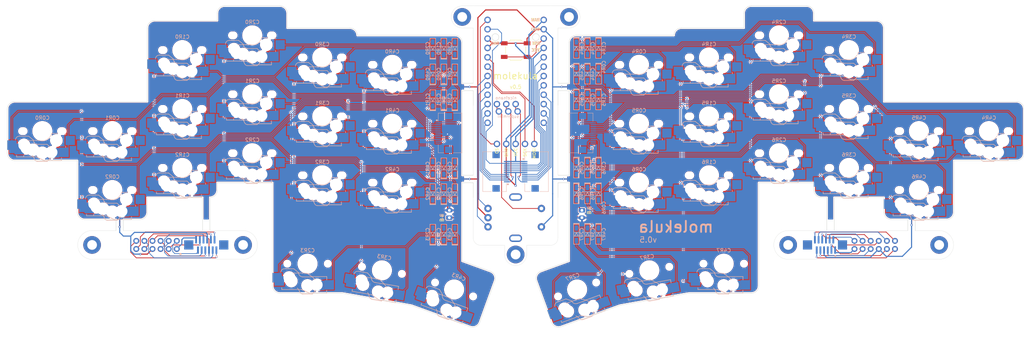
<source format=kicad_pcb>
(kicad_pcb (version 20240108) (generator "pcbnew") (generator_version "8.0")
  (layers (0 "F.Cu" signal) (31 "B.Cu" signal) (34 "B.Paste" user) (35 "F.Paste" user) (36 "B.SilkS" user "B.Silkscreen") (37 "F.SilkS" user "F.Silkscreen") (38 "B.Mask" user) (39 "F.Mask" user) (44 "Edge.Cuts" user))
  (net 0 "")
  (net 1 "row0")
  (net 2 "Net-(D2-A)")
  (net 3 "Net-(D3-A)")
  (net 4 "Net-(D4-A)")
  (net 5 "Net-(D5-A)")
  (net 6 "Net-(D6-A)")
  (net 7 "row1")
  (net 8 "Net-(D7-A)")
  (net 9 "Net-(D8-A)")
  (net 10 "Net-(D9-A)")
  (net 11 "Net-(D10-A)")
  (net 12 "row2")
  (net 13 "Net-(D11-A)")
  (net 14 "Net-(D12-A)")
  (net 15 "Net-(D13-A)")
  (net 16 "Net-(D14-A)")
  (net 17 "Net-(D15-A)")
  (net 18 "row3")
  (net 19 "Net-(D17-A)")
  (net 20 "Net-(D18-A)")
  (net 21 "encB")
  (net 22 "encA")
  (net 23 "GND")
  (net 24 "MOSI")
  (net 25 "SCK")
  (net 26 "+3.3V")
  (net 27 "CS")
  (net 28 "OFF")
  (net 29 "RST")
  (net 30 "Net-(D1-A)")
  (net 31 "Net-(D16-A)")
  (net 32 "row0-conn1")
  (net 33 "row1-conn1")
  (net 34 "col0-conn1")
  (net 35 "row2-conn1")
  (net 36 "col3-conn1")
  (net 37 "col4-conn1")
  (net 38 "col2-conn1")
  (net 39 "free-conn1")
  (net 40 "col1-conn1")
  (net 41 "row3-conn1")
  (net 42 "row2-conn2")
  (net 43 "free-conn2")
  (net 44 "row0-conn2")
  (net 45 "col0-conn2")
  (net 46 "col2-conn2")
  (net 47 "row1-conn2")
  (net 48 "col1-conn2")
  (net 49 "col4-conn2")
  (net 50 "row3-conn2")
  (net 51 "col3-conn2")
  (net 52 "col2-mcu")
  (net 53 "row2-mcu")
  (net 54 "row3-mcu")
  (net 55 "col0-mcu")
  (net 56 "row1-mcu")
  (net 57 "row0-mcu")
  (net 58 "row5-mcu")
  (net 59 "row4-mcu")
  (net 60 "col3-mcu")
  (net 61 "col1-mcu")
  (net 62 "row7-mcu")
  (net 63 "col4-mcu")
  (net 64 "row6-mcu")
  (net 65 "BAT-mcu")
  (net 66 "BAT-conn1")
  (net 67 "BAT-conn2")
  (net 68 "BAT-left")
  (net 69 "Net-(D19-A)")
  (net 70 "Net-(D20-A)")
  (net 71 "Net-(D21-A)")
  (net 72 "Net-(D22-A)")
  (net 73 "Net-(D23-A)")
  (net 74 "Net-(D24-A)")
  (net 75 "Net-(D25-A)")
  (net 76 "Net-(D26-A)")
  (net 77 "Net-(D27-A)")
  (net 78 "Net-(D28-A)")
  (net 79 "Net-(D29-A)")
  (net 80 "Net-(D30-A)")
  (net 81 "Net-(D31-A)")
  (net 82 "Net-(D32-A)")
  (net 83 "Net-(D33-A)")
  (net 84 "Net-(D34-A)")
  (net 85 "Net-(D35-A)")
  (net 86 "Net-(D36-A)")
  (net 87 "row4")
  (net 88 "row5")
  (net 89 "row6")
  (net 90 "row7")
  (net 91 "col5")
  (net 92 "col3")
  (net 93 "col4")
  (net 94 "col2")
  (net 95 "col0")
  (net 96 "col1")
  (net 97 "BAT-right")
  (net 98 "col6")
  (net 99 "col7")
  (net 100 "col8")
  (net 101 "col9")
  (net 103 "free1-mcu")
  (net 104 "free2-mcu")
  (footprint "zzkeeb:Switch_MXKSChoc-miny-hotswap-chocv2-3d" (layer "F.Cu") (at 109.42 64.99)
    (property "Reference" "SW7" (hide yes))
    (property "Value" "Switch" (hide yes))
  )
  (footprint "zzkeeb:Switch_MXKSChoc-miny-hotswap-chocv2-3d" (layer "F.Cu") (at 166.42 84.99)
    (property "Reference" "SW15" (hide yes))
    (property "Value" "Switch" (hide yes))
  )
  (footprint "zzkeeb:Switch_MXKSChoc-miny-hotswap-chocv2-3d" (layer "F.Cu") (at 252.42 82.99)
    (property "Reference" "SW30" (hide yes))
    (property "Value" "Switch" (hide yes))
  )
  (footprint "zzkeeb:Switch_MXKSChoc-miny-hotswap-chocv2-3d" (layer "F.Cu") (at 71.42 70.99)
    (property "Reference" "SW1" (hide yes))
    (property "Value" "Switch" (hide yes))
  )
  (footprint "zzkeeb:Switch_MXKSChoc-miny-hotswap-chocv2-3d" (layer "F.Cu") (at 309.42 70.99)
    (property "Reference" "SW28" (hide yes))
    (property "Value" "Switch" (hide yes))
  )
  (footprint "zzkeeb:Switch_MXKSChoc-miny-hotswap-chocv2-3d" (layer "F.Cu") (at 109.42 48.99)
    (property "Reference" "SW2" (hide yes))
    (property "Value" "Switch" (hide yes))
  )
  (footprint "zzkeeb:Switch_KSChoc-miny-hotswap-chocv2-3d" (layer "F.Cu") (at 163.62 108.79 -10)
    (property "Reference" "SW17" (hide yes))
    (property "Value" "Switch" (hide yes))
  )
  (footprint "zzkeeb:Switch_MXKSChoc-miny-hotswap-chocv2-3d" (layer "F.Cu") (at 252.42 50.99)
    (property "Reference" "SW20" (hide yes))
    (property "Value" "Switch" (hide yes))
  )
  (footprint "zzkeeb:Switch_MXKSChoc-miny-hotswap-chocv2-3d" (layer "F.Cu") (at 166.42 68.99)
    (property "Reference" "SW10" (hide yes))
    (property "Value" "Switch" (hide yes))
  )
  (footprint "zzkeeb:Switch_MXKSChoc-miny-hotswap-chocv2-3d" (layer "F.Cu") (at 271.42 76.99)
    (property "Reference" "SW31" (hide yes))
    (property "Value" "Switch" (hide yes))
  )
  (footprint "zzkeeb:Switch_MXKSChoc-miny-hotswap-chocv2-3d" (layer "F.Cu") (at 128.42 60.99)
    (property "Reference" "SW8" (hide yes))
    (property "Value" "Switch" (hide yes))
  )
  (footprint "zzkeeb:Switch_MXKSChoc-miny-hotswap-chocv2-3d" (layer "F.Cu") (at 233.42 52.99)
    (property "Reference" "SW19" (hide yes))
    (property "Value" "Switch" (hide yes))
  )
  (footprint "zzkeeb:Switch_MXKSChoc-miny-hotswap-chocv2-3d" (layer "F.Cu") (at 271.42 60.99)
    (property "Reference" "SW26" (hide yes))
    (property "Value" "Switch" (hide yes))
  )
  (footprint "zzkeeb:Connector_Magnetic-12pin" (layer "F.Cu") (at 102.42 101.89 90)
    (property "Reference" "J11" (hide yes))
    (property "Value" "Conn_01x12_Socket" (hide yes))
  )
  (footprint "zzkeeb:Switch_MXKSChoc-miny-hotswap-chocv2-3d" (layer "F.Cu") (at 128.42 76.99)
    (property "Reference" "SW13" (hide yes))
    (property "Value" "Switch" (hide yes))
  )
  (footprint "zzkeeb:Switch_MXKSChoc-miny-hotswap-chocv2-3d" (layer "F.Cu") (at 109.42 80.99)
    (property "Reference" "SW12" (hide yes))
    (property "Value" "Switch" (hide yes))
  )
  (footprint "zzkeeb:Switch_MXKSChoc-miny-hotswap-chocv2-3d" (layer "F.Cu") (at 309.42 86.99)
    (property "Reference" "SW33" (hide yes))
    (property "Value" "Switch" (hide yes))
  )
  (footprint "zzkeeb:Switch_MXKSChoc-miny-hotswap-chocv2-3d" (layer "F.Cu") (at 166.42 52.99)
    (property "Reference" "SW5" (hide yes))
    (property "Value" "Switch" (hide yes))
  )
  (footprint "zzkeeb:Switch_MXKSChoc-miny-hotswap-chocv2-3d" (layer "F.Cu") (at 90.42 70.99)
    (property "Reference" "SW6" (hide yes))
    (property "Value" "Switch" (hide yes))
  )
  (footprint "zzkeeb:MCU_nice-nano" (layer "F.Cu") (at 199.92 53.49)
    (property "Reference" "J1" (hide yes))
    (property "Value" "N!N" (hide yes))
  )
  (footprint "zzkeeb:Connector_JST-1x02-2.00mm" (layer "F.Cu") (at 217.92 92.49 -90)
    (property "Reference" "J12" (hide yes))
    (property "Value" "Conn_01x02_Socket" (hide yes))
  )
  (footprint "zzkeeb:Switch_MXKSChoc-miny-hotswap-chocv2-3d" (layer "F.Cu") (at 252.42 66.99)
    (property "Reference" "SW25" (hide yes))
    (property "Value" "Switch" (hide yes))
  )
  (footprint "zzkeeb:Connector_JST-1x02-2.00mm" (layer "F.Cu") (at 181.92 94.49 90)
    (property "Reference" "J7" (hide yes))
    (property "Value" "Conn_01x02_Socket" (hide yes))
  )
  (footprint "zzkeeb:Switch_KSChoc-miny-hotswap-chocv2-3d" (layer "F.Cu") (at 216.62 113.99 20)
    (property "Reference" "SW34" (hide yes))
    (property "Value" "Switch" (hide yes))
  )
  (footprint "zzkeeb:Switch_KSChoc-miny-hotswap-chocv2-3d" (layer "F.Cu") (at 143.42 106.99)
    (property "Reference" "SW16" (hide yes))
    (property "Value" "Switch" (hide yes))
  )
  (footprint "zzkeeb:Switch_MXKSChoc-miny-hotswap-chocv2-3d" (layer "F.Cu") (at 147.42 66.99)
    (property "Reference" "SW9" (hide yes))
    (property "Value" "Switch" (hide yes))
  )
  (footprint "zzkeeb:Switch_MXKSChoc-miny-hotswap-chocv2-3d" (layer "F.Cu") (at 290.42 48.99)
    (property "Reference" "SW22" (hide yes))
    (property "Value" "Switch" (hide yes))
  )
  (footprint "zzkeeb:Switch_MXKSChoc-miny-hotswap-chocv2-3d" (layer "F.Cu") (at 90.42 86.99)
    (property "Reference" "SW11" (hide yes))
    (property "Value" "Switch" (hide yes))
  )
  (footprint "zzkeeb:Switch_MXKSChoc-miny-hotswap-chocv2-3d" (layer "F.Cu") (at 147.42 50.99)
    (property "Reference" "SW4" (hide yes))
    (property "Value" "Switch" (hide yes))
  )
  (footprint "zzkeeb:Switch_MXKSChoc-miny-hotswap-chocv2-3d" (layer "F.Cu") (at 290.42 80.99)
    (property "Reference" "SW32" (hide yes))
    (property "Value" "Switch" (hide yes))
  )
  (footprint "zzkeeb:Switch_KSChoc-miny-hotswap-chocv2-3d" (layer "F.Cu") (at 183.22 113.99 -20)
    (property "Reference" "SW18" (hide yes))
    (property "Value" "Switch" (hide yes))
  )
  (footprint "zzkeeb:Switch_MXKSChoc-miny-hotswap-chocv2-3d" (layer "F.Cu") (at 147.42 82.99)
    (property "Reference" "SW14" (hide yes))
    (property "Value" "Switch" (hide yes))
  )
  (footprint "zzkeeb:Switch_KSChoc-miny-hotswap-chocv2-3d" (layer "F.Cu") (at 256.42 106.99)
    (property "Reference" "SW36" (hide yes))
    (property "Value" "Switch" (hide yes))
  )
  (footprint "zzkeeb:Switch_MXKSChoc-miny-hotswap-chocv2-3d" (layer "F.Cu") (at 290.42 64.99)
    (property "Reference" "SW27" (hide yes))
    (property "Value" "Switch" (hide yes))
  )
  (footprint "zzkeeb:Switch_KSChoc-miny-hotswap-chocv2-3d" (layer "F.Cu") (at 236.22 108.79 10)
    (property "Reference" "SW35" (hide yes))
    (property "Value" "Switch" (hide yes))
  )
  (footprint "zzkeeb:Switch_MXKSChoc-miny-hotswap-chocv2-3d" (layer "F.Cu") (at 233.42 68.99)
    (property "Reference" "SW24" (hide yes))
    (property "Value" "Switch" (hide yes))
  )
  (footprint "zzkeeb:Switch_MXKSChoc-miny-hotswap-chocv2-3d" (layer "F.Cu") (at 271.42 44.99)
    (property "Reference" "SW21" (hide yes))
    (property "Value" "Switch" (hide yes))
  )
  (footprint "zzkeeb:Switch_MXKSChoc-miny-hotswap-chocv2-3d" (layer "F.Cu") (at 128.42 44.99)
    (property "Reference" "SW3" (hide yes))
    (property "Value" "Switch" (hide yes))
  )
  (footprint "zzkeeb:Button_SW_SPST_SKQG_WithoutStem" (layer "F.Cu") (at 199.92 48.99)
    (property "Reference" "SW37" (hide yes))
    (property "Value" "SW_Push")
  )
  (footprint "zzkeeb:Switch_MXKSChoc-miny-hotswap-chocv2-3d" (layer "F.Cu") (at 233.42 84.99)
    (property "Reference" "SW29" (hide yes))
    (property "Value" "Switch" (hide yes))
  )
  (footprint "zzkeeb:Switch_MXKSChoc-miny-hotswap-chocv2-3d" (layer "F.Cu") (at 328.42 70.99)
    (property "Reference" "SW23" (hide yes))
    (property "Value" "Switch" (hide yes))
  )
  (footprint "zzkeeb:Connector_Magnetic-12pin" (layer "B.Cu") (at 297.42 101.89 90)
    (property "Reference" "J10" (hide yes))
    (property "Value" "Conn_01x12_Socket" (hide yes))
  )
  (footprint "zzkeeb:Display_nice-view" (layer "B.Cu") (at 199.92 57.99 180)
    (property "Reference" "J6")
    (property "Value" "Display_nice-view" (hide yes))
  )
  (footprint "zzkeeb:Diode_1N4148-SOD123" (layer "B.Cu") (at 219.42 62.49 -90)
    (property "Reference" "D26" (hide yes))
    (property "Value" "C81598" (hide yes))
  )
  (footprint "zzkeeb:Diode_1N4148-SOD123" (layer "B.Cu") (at 180.42 55.49 90)
    (property "Reference" "D1" (hide yes))
    (property "Value" "C81598" (hide yes))
  )
  (footprint "zzkeeb:Diode_1N4148-SOD123" (layer "B.Cu") (at 180.42 62.49 90)
    (property "Reference" "D8" (hide yes))
    (property "Value" "C81598" (hide yes))
  )
  (footprint "zzkeeb:Diode_1N4148-SOD123" (layer "B.Cu") (at 177.42 80.99 90)
    (property "Reference" "D10" (hide yes))
    (property "Value" "C81598" (hide yes))
  )
  (footprint "zzkeeb:Diode_1N4148-SOD123" (layer "B.Cu") (at 183.42 87.99 90)
    (property "Reference" "D13" (hide yes))
    (property "Value" "C81598" (hide yes))
  )
  (footprint "zzkeeb:Connector_FFC-12pin-0.5mm-horizontal" (layer "B.Cu") (at 195.92 81.99 90)
    (property "Reference" "J3")
    (property "Value" "C479750" (hide yes))
  )
  (footprint "zzkeeb:Diode_1N4148-SOD123" (layer "B.Cu") (at 216.42 48.49 -90)
    (property "Reference" "D22" (hide yes))
    (property "Value" "C81598" (hide yes))
  )
  (footprint "zzkeeb:Diode_1N4148-SOD123" (layer "B.Cu") (at 180.42 80.99 90)
    (property "Reference" "D11" (hide yes))
    (property "Value" "C81598" (hide yes))
  )
  (footprint "zzkeeb:Diode_1N4148-SOD123" (layer "B.Cu") (at 216.42 62.49 -90)
    (property "Reference" "D27" (hide yes))
    (property "Value" "C81598" (hide yes))
  )
  (footprint "zzkeeb:Hole_M2-solder-nut-2.5" (layer "B.Cu") (at 199.92 104.49 180)
    (property "Reference" "H7" (hide yes))
    (property "Value" "MountingHole" (hide yes))
  )
  (footprint "zzkeeb:Diode_1N4148-SOD123" (layer "B.Cu") (at 177.42 62.49 90)
    (property "Reference" "D7" (hide yes))
    (property "Value" "C81598" (hide yes))
  )
  (footprint "zzkeeb:Diode_1N4148-SOD123" (layer "B.Cu") (at 177.42 87.99 90)
    (property "Reference" "D15" (hide yes))
    (property "Value" "C81598" (hide yes))
  )
  (footprint "zzkeeb:Diode_1N4148-SOD123" (layer "B.Cu") (at 219.42 80.99 -90)
    (property "Reference" "D33" (hide yes))
    (property "Value" "C81598" (hide yes))
  )
  (footprint "zzkeeb:Diode_1N4148-SOD123" (layer "B.Cu") (at 177.42 98.99 90)
    (property "Reference" "D16" (hide yes))
    (property "Value" "C81598" (hide yes))
  )
  (footprint "zzkeeb:Diode_1N4148-SOD123" (layer "B.Cu") (at 222.42 98.99 -90)
    (property "Reference" "D36" (hide yes))
    (property "Value" "C81598" (hide yes))
  )
  (footprint "zzkeeb:Connector_FFC-12pin-0.5mm-horizontal" (layer "B.Cu") (at 180.42 71.49 -90)
    (property "Reference" "J4" (hide yes))
    (property "Value" "C479750" (hide yes))
  )
  (footprint "zzkeeb:Diode_1N4148-SOD123" (layer "B.Cu") (at 222.42 48.49 -90)
    (property "Reference" "D20" (hide yes))
    (property "Value" "C81598" (hide yes))
  )
  (footprint "zzkeeb:Diode_1N4148-SOD123" (layer "B.Cu") (at 183.42 98.99 90)
    (property "Reference" "D18" (hide yes))
    (property "Value" "C81598" (hide yes))
  )
  (footprint "zzkeeb:Diode_1N4148-SOD123" (layer "B.Cu") (at 183.42 48.49 90)
    (property "Reference" "D4" (hide yes))
    (property "Value" "C81598" (hide yes))
  )
  (footprint "zzkeeb:RotaryEncoder_EC11" (layer "B.Cu") (at 199.92 94.49)
    (property "Reference" "SW38" (hide yes))
    (property "Value" "RotaryEncoder_Switch" (hide yes))
  )
  (footprint "zzkeeb:Diode_1N4148-SOD123" (layer "B.Cu") (at 222.42 55.49 -90)
    (property "Reference" "D19" (hide yes))
    (property "Value" "C81598" (hide yes))
  )
  (footprint "zzkeeb:Diode_1N4148-SOD123" (layer "B.Cu") (at 177.42 55.49 90)
    (property "Reference" "D5" (hide yes))
    (property "Value" "C81598" (hide yes))
  )
  (footprint "zzkeeb:Diode_1N4148-SOD123" (layer "B.Cu") (at 177.42 48.49 90)
    (property "Reference" "D3" (hide yes))
    (property "Value" "C81598" (hide yes))
  )
  (footprint "zzkeeb:Diode_1N4148-SOD123" (layer "B.Cu") (at 219.42 55.49 -90)
    (property "Reference" "D23" (hide yes))
    (property "Value" "C81598" (hide yes))
  )
  (footprint "zzkeeb:Diode_1N4148-SOD123" (layer "B.Cu") (at 183.42 62.49 90)
    (property "Reference" "D9" (hide yes))
    (property "Value" "C81598" (hide yes))
  )
  (footprint "zzkeeb:Diode_1N4148-SOD123" (layer "B.Cu") (at 180.42 48.49 90)
    (property "Reference" "D2" (hide yes))
    (property "Value" "C81598" (hide yes))
  )
  (footprint "zzkeeb:Hole_M2-solder-nut-2.5" (layer "B.Cu") (at 314.92 101.89 90)
    (property "Reference" "H1" (hide yes))
    (property "Value" "MountingHole" (hide yes))
  )
  (footprint "zzkeeb:Diode_1N4148-SOD123" (layer "B.Cu") (at 180.42 87.99 90)
    (property "Reference" "D14" (hide yes))
    (property "Value" "C81598" (hide yes))
  )
  (footprint "zzkeeb:Diode_1N4148-SOD123" (layer "B.Cu") (at 180.42 98.99 90)
    (property "Reference" "D17" (hide yes))
    (property "Value" "C81598" (hide yes))
  )
  (footprint "zzkeeb:Connector_FFC-12pin-0.5mm-vertical" (layer "B.Cu") (at 115.92 101.89 180)
    (property "Reference" "J9" (hide yes))
    (property "Value" "C262499" (hide yes))
  )
  (footprint "zzkeeb:Diode_1N4148-SOD123" (layer "B.Cu") (at 216.42 98.99 -90)
    (property "Reference" "D34" (hide yes))
    (property "Value" "C81598" (hide yes))
  )
  (footprint "zzkeeb:Hole_M2-solder-nut-2.5" (layer "B.Cu") (at 84.92 101.89 -90)
    (property "Reference" "H3" (hide yes))
    (property "Value" "MountingHole" (hide yes))
  )
  (footprint "zzkeeb:Diode_1N4148-SOD123" (layer "B.Cu") (at 216.42 55.49 -90)
    (property "Reference" "D28" (hide yes))
    (property "Value" "C81598" (hide yes))
  )
  (footprint "zzkeeb:Connector_FFC-12pin-0.5mm-vertical" (layer "B.Cu") (at 283.92 101.89 180)
    (property "Reference" "J8" (hide yes))
    (property "Value" "C262499" (hide yes))
  )
  (footprint "zzkeeb:Diode_1N4148-SOD123" (layer "B.Cu") (at 219.42 48.49 -90)
    (property "Reference" "D21" (hide yes))
    (property "Value" "C81598" (hide yes))
  )
  (footprint "zzkeeb:Hole_M2-solder-nut-2.5" (layer "B.Cu") (at 273.92 101.89 90)
    (property "Reference" "H2" (hide yes))
    (property "Value" "MountingHole" (hide yes))
  )
  (footprint "zzkeeb:Diode_1N4148-SOD123" (layer "B.Cu") (at 216.42 87.99 -90)
    (property "Reference" "D31" (hide yes))
    (property "Value" "C81598" (hide yes))
  )
  (footprint "zzkeeb:Connector_FFC-12pin-0.5mm-horizontal" (layer "B.Cu") (at 203.92 81.99 -90)
    (property "Reference" "J2")
    (property "Value" "C479750" (hide yes))
  )
  (footprint "zzkeeb:Hole_M2-solder-nut-2.5" (layer "B.Cu") (at 214.42 39.99 180)
    (property "Reference" "H5" (hide yes))
    (property "Value" "MountingHole" (hide yes))
  )
  (footprint "zzkeeb:Diode_1N4148-SOD123" (layer "B.Cu") (at 219.42 98.99 -90)
    (property "Reference" "D35" (hide yes))
    (property "Value" "C81598" (hide yes))
  )
  (footprint "zzkeeb:Diode_1N4148-SOD123" (layer "B.Cu") (at 183.42 80.99 90)
    (property "Reference" "D12" (hide yes))
    (property "Value" "C81598" (hide yes))
  )
  (footprint "zzkeeb:Diode_1N4148-SOD123" (layer "B.Cu") (at 183.42 55.49 90)
    (property "Reference" "D6" (hide yes))
    (property "Value" "C81598" (hide yes))
  )
  (footprint "zzkeeb:Connector_FFC-12pin-0.5mm-horizontal" (layer "B.Cu") (at 219.42 71.49 90)
    (property "Reference" "J5")
    (property "Value" "C479750" (hide yes))
  )
  (footprint "zzkeeb:Diode_1N4148-SOD123" (layer "B.Cu") (at 222.42 87.99 -90)
    (property "Reference" "D29" (hide yes))
    (property "Value" "C81598" (hide yes))
  )
  (footprint "zzkeeb:Hole_M2-solder-nut-2.5" (layer "B.Cu") (at 125.92 101.89 -90)
    (property "Reference" "H4" (hide yes))
    (property "Value" "MountingHole" (hide yes))
  )
  (footprint "zzkeeb:Diode_1N4148-SOD123" (layer "B.Cu") (at 222.42 80.99 -90)
    (property "Reference" "D32" (hide yes))
    (property "Value" "C81598" (hide yes))
  )
  (footprint "zzkeeb:Diode_1N4148-SOD123" (layer "B.Cu") (at 219.42 87.99 -90)
    (property "Reference" "D30" (hide yes))
    (property "Value" "C81598" (hide yes))
  )
  (footprint "zzkeeb:Hole_M2-solder-nut-2.5" (layer "B.Cu") (at 185.42 39.99 180)
    (property "Reference" "H6" (hide yes))
    (property "Value" "MountingHole" (hide yes))
  )
  (footprint "zzkeeb:Diode_1N4148-SOD123" (layer "B.Cu") (at 216.42 80.99 -90)
    (property "Reference" "D24" (hide yes))
    (property "Value" "C81598" (hide yes))
  )
  (footprint "zzkeeb:Diode_1N4148-SOD123" (layer "B.Cu") (at 222.42 62.49 -90)
    (property "Reference" "D25" (hide yes))
    (property "Value" "C81598" (hide yes))
  )
  (gr_line (start 214.42 106.28113) (end 206.761624 109.068551) (stroke (width 0.1)) (layer "Edge.Cuts"))
  (gr_line (start 211.42 63.99) (end 211.42 59.99) (stroke (width 0.1)) (layer "Edge.Cuts"))
  (gr_line (start 114.92 88.99) (end 99.92 88.99) (stroke (width 0.1)) (layer "Edge.Cuts"))
  (gr_line (start 188.42 36.99) (end 185.42 36.99) (stroke (width 0.05)) (layer "Edge.Cuts"))
  (gr_arc (start 190.169548 122.908311) (mid 189.135402 124.036882) (end 187.606119 124.103657) (stroke (width 0.1)) (layer "Edge.Cuts"))
  (gr_arc (start 211.42 99.99) (mid 210.834213 101.404212) (end 209.42 101.99) (stroke (width 0.05)) (layer "Edge.Cuts"))
  (gr_line (start 284.42 97.99) (end 273.92 97.99) (stroke (width 0.05)) (layer "Edge.Cuts"))
  (gr_circle (center 205.42 45.49) (end 206.37 45.49) (stroke (width 0.1)) (fill none) (layer "Edge.Cuts"))
  (gr_line (start 133.92 84.99) (end 118.92 84.99) (stroke (width 0.1)) (layer "Edge.Cuts"))
  (gr_line (start 118.92 40.99) (end 118.92 38.99) (stroke (width 0.1)) (layer "Edge.Cuts"))
  (gr_line (start 261.92 38.99) (end 261.92 42.99) (stroke (width 0.1)) (layer "Edge.Cuts"))
  (gr_line (start 318.92 92.99) (end 318.92 78.99) (stroke (width 0.1)) (layer "Edge.Cuts"))
  (gr_line (start 299.92 88.99) (end 299.92 92.99) (stroke (width 0.1)) (layer "Edge.Cuts"))
  (gr_arc (start 84.92 105.79) (mid 81.02 101.89) (end 84.92 97.99) (stroke (width 0.05)) (layer "Edge.Cuts"))
  (gr_arc (start 202.92 104.49) (mid 199.92 107.49) (end 196.92 104.49) (stroke (width 0.05)) (layer "Edge.Cuts"))
  (gr_line (start 137.92 38.99) (end 137.92 42.99) (stroke (width 0.1)) (layer "Edge.Cuts"))
  (gr_line (start 61.92 76.99) (end 61.92 64.99) (stroke (width 0.1)) (layer "Edge.Cuts"))
  (gr_line (start 306.42 94.99) (end 306.42 97.99) (stroke (width 0.1)) (layer "Edge.Cuts"))
  (gr_line (start 93.42 94.99) (end 93.42 97.99) (stroke (width 0.1)) (layer "Edge.Cuts"))
  (gr_line (start 188.42 82.99) (end 188.42 63.99) (stroke (width 0.05)) (layer "Edge.Cuts"))
  (gr_arc (start 135.92 36.99) (mid 137.334214 37.575786) (end 137.92 38.99) (stroke (width 0.1)) (layer "Edge.Cuts"))
  (gr_line (start 214.42 82.99) (end 211.42 82.99) (stroke (width 0.1)) (layer "Edge.Cuts"))
  (gr_line (start 335.92 62.99) (end 299.92 62.99) (stroke (width 0.1)) (layer "Edge.Cuts"))
  (gr_line (start 318.92 78.99) (end 335.92 78.99) (stroke (width 0.1)) (layer "Edge.Cuts"))
  (gr_line (start 202.92 101.99) (end 209.42 101.99) (stroke (width 0.05)) (layer "Edge.Cuts"))
  (gr_line (start 214.42 57.99) (end 214.42 46.99) (stroke (width 0.1)) (layer "Edge.Cuts"))
  (gr_line (start 214.42 59.99) (end 214.42 82.99) (stroke (width 0.1)) (layer "Edge.Cuts"))
  (gr_arc (start 205.566236 111.63207) (mid 205.633004 110.102736) (end 206.761624 109.068551) (stroke (width 0.1)) (layer "Edge.Cuts"))
  (gr_arc (start 214.42 46.99) (mid 215.005786 45.575786) (end 216.42 44.99) (stroke (width 0.1)) (layer "Edge.Cuts"))
  (gr_line (start 286.42 88.99) (end 299.92 88.99) (stroke (width 0.1)) (layer "Edge.Cuts"))
  (gr_line (start 214.42 84.99) (end 214.42 106.28113) (stroke (width 0.1)) (layer "Edge.Cuts"))
  (gr_line (start 211.42 63.99) (end 211.42 82.99) (stroke (width 0.05)) (layer "Edge.Cuts"))
  (gr_line (start 188.42 99.99) (end 188.42 88.99) (stroke (width 0.05)) (layer "Edge.Cuts"))
  (gr_arc (start 301.92 94.99) (mid 300.505786 94.404214) (end 299.92 92.99) (stroke (width 0.1)) (layer "Edge.Cuts"))
  (gr_line (start 91.42 94.99) (end 91.42 97.99) (stroke (width 0.1)) (layer "Edge.Cuts"))
  (gr_circle (center 194.42 45.49) (end 195.37 45.49) (stroke (width 0.1)) (fill none) (layer "Edge.Cuts"))
  (gr_line (start 214.42 42.99) (end 211.42 42.99) (stroke (width 0.05)) (layer "Edge.Cuts"))
  (gr_line (start 116.92 88.99) (end 116.92 97.99) (stroke (width 0.1)) (layer "Edge.Cuts"))
  (gr_line (start 284.42 97.99) (end 284.42 88.99) (stroke (width 0.1)) (layer "Edge.Cuts"))
  (gr_line (start 80.92 92.99) (end 80.92 78.99) (stroke (width 0.1)) (layer "Edge.Cuts"))
  (gr_line (start 308.42 94.99) (end 316.92 94.99) (stroke (width 0.1)) (layer "Edge.Cuts"))
  (gr_arc (start 63.92 78.99) (mid 62.505786 78.404214) (end 61.92 76.99) (stroke (width 0.1)) (layer "Edge.Cuts"))
  (gr_arc (start 214.42 36.99) (mid 217.42 39.99) (end 214.42 42.99) (stroke (width 0.05)) (layer "Edge.Cuts"))
  (gr_line (start 133.92 112.99) (end 133.92 84.99) (stroke (width 0.1)) (layer "Edge.Cuts"))
  (gr_line (start 306.42 94.99) (end 301.92 94.99) (stroke (width 0.1)) (layer "Edge.Cuts"))
  (gr_line (start 299.92 62.99) (end 299.92 42.99) (stroke (width 0.1)) (layer "Edge.Cuts"))
  (gr_arc (start 154.92 42.99) (mid 156.334214 43.575786) (end 156.92 44.99) (stroke (width 0.1)) (layer "Edge.Cuts"))
  (gr_line (start 308.42 97.99) (end 314.92 97.99) (stroke (width 0.05)) (layer "Edge.Cuts"))
  (gr_line (start 214.42 57.99) (end 211.42 57.99) (stroke (width 0.1)) (layer "Edge.Cuts"))
  (gr_arc (start 183.42 44.99) (mid 184.834214 45.575786) (end 185.42 46.99) (stroke (width 0.1)) (layer "Edge.Cuts"))
  (gr_arc (start 193.078376 109.068551) (mid 194.206983 110.102738) (end 194.273764 111.632069) (stroke (width 0.1)) (layer "Edge.Cuts"))
  (gr_arc (start 278.92 36.99) (mid 280.334214 37.575786) (end 280.92 38.99) (stroke (width 0.1)) (layer "Edge.Cuts"))
  (gr_line (start 185.42 59.99) (end 185.42 82.99) (stroke (width 0.1)) (layer "Edge.Cuts"))
  (gr_line (start 314.92 105.79) (end 273.92 105.79) (stroke (width 0.05)) (layer "Edge.Cuts"))
  (gr_line (start 214.42 59.99) (end 211.42 59.99) (stroke (width 0.1)) (layer "Edge.Cuts"))
  (gr_arc (start 190.42 101.99) (mid 189.005786 101.404214) (end 188.42 99.99) (stroke (width 0.05)) (layer "Edge.Cuts"))
  (gr_line (start 196.92 104.49) (end 196.92 101.99) (stroke (width 0.05)) (layer "Edge.Cuts"))
  (gr_line (start 297.92 40.99) (end 280.92 40.99) (stroke (width 0.1)) (layer "Edge.Cuts"))
  (gr_line (start 211.42 42.99) (end 211.42 57.99) (stroke (width 0.05)) (layer "Edge.Cuts"))
  (gr_line (start 120.92 36.99) (end 135.92 36.99) (stroke (width 0.1)) (layer "Edge.Cuts"))
  (gr_line (start 80.92 78.99) (end 63.92 78.99) (stroke (width 0.1)) (layer "Edge.Cuts"))
  (gr_line (start 214.42 36.99) (end 209.42 36.99) (stroke (width 0.05)) (layer "Edge.Cuts"))
  (gr_line (start 211.42 88.99) (end 211.42 84.99) (stroke (width 0.1)) (layer "Edge.Cuts"))
  (gr_line (start 212.233881 124.103657) (end 228.208653 118.289315) (stroke (width 0.1)) (layer "Edge.Cuts"))
  (gr_line (start 156.92 44.99) (end 183.42 44.99) (stroke (width 0.1)) (layer "Edge.Cuts"))
  (gr_line (start 185.42 46.99) (end 185.42 57.99) (stroke (width 0.1)) (layer "Edge.Cuts"))
  (gr_line (start 118.92 84.99) (end 118.92 86.99) (stroke (width 0.1)) (layer "Edge.Cuts"))
  (gr_line (start 185.42 106.28113) (end 193.078376 109.068551) (stroke (width 0.1)) (layer "Edge.Cuts"))
  (gr_line (start 196.92 101.99) (end 190.42 101.99) (stroke (width 0.05)) (layer "Edge.Cuts"))
  (gr_line (start 188.42 36.99) (end 209.42 36.99) (stroke (width 0.05)) (layer "Edge.Cuts"))
  (gr_line (start 185.42 84.99) (end 188.42 84.99) (stroke (width 0.1)) (layer "Edge.Cuts"))
  (gr_line (start 280.92 84.99) (end 280.92 86.99) (stroke (width 0.1)) (layer "Edge.Cuts"))
  (gr_arc (start 99.92 42.99) (mid 100.505786 41.575786) (end 101.92 40.99) (stroke (width 0.1)) (layer "Edge.Cuts"))
  (gr_arc (start 212.233881 124.103657) (mid 210.704591 124.036911) (end 209.670452 122.908311) (stroke (width 0.1)) (layer "Edge.Cuts"))
  (gr_line (start 187.606119 124.103657) (end 171.631347 118.289315) (stroke (width 0.1)) (layer "Edge.Cuts"))
  (gr_line (start 188.42 63.99) (end 188.42 59.99) (stroke (width 0.1)) (layer "Edge.Cuts"))
  (gr_line (start 171.631347 118.289315) (end 152.92 114.99) (stroke (width 0.1)) (layer "Edge.Cuts"))
  (gr_arc (start 118.92 38.99) (mid 119.505786 37.575786) (end 120.92 36.99) (stroke (width 0.1)) (layer "Edge.Cuts"))
  (gr_line (start 185.42 84.99) (end 185.42 106.28113) (stroke (width 0.1)) (layer "Edge.Cuts"))
  (gr_arc (start 135.92 114.99) (mid 134.505786 114.404214) (end 133.92 112.99) (stroke (width 0.1)) (layer "Edge.Cuts"))
  (gr_line (start 63.92 62.99) (end 99.92 62.99) (stroke (width 0.1)) (layer "Edge.Cuts"))
  (gr_line (start 278.92 36.99) (end 263.92 36.99) (stroke (width 0.1)) (layer "Edge.Cuts"))
  (gr_arc (start 273.92 105.79) (mid 270.02 101.89) (end 273.92 97.99) (stroke (width 0.05)) (layer "Edge.Cuts"))
  (gr_line (start 280.92 40.99) (end 280.92 38.99) (stroke (width 0.1)) (layer "Edge.Cuts"))
  (gr_arc (start 318.92 92.99) (mid 318.334214 94.404214) (end 316.92 94.99) (stroke (width 0.1)) (layer "Edge.Cuts"))
  (gr_line (start 265.92 112.99) (end 265.92 84.99) (stroke (width 0.1)) (layer "Edge.Cuts"))
  (gr_line (start 114.92 97.99) (end 114.92 88.99) (stroke (width 0.1)) (layer "Edge.Cuts"))
  (gr_arc (start 337.92 76.99) (mid 337.334214 78.404214) (end 335.92 78.99) (stroke (width 0.1)) (layer "Edge.Cuts"))
  (gr_line (start 246.92 114.99) (end 263.92 114.99) (stroke (width 0.1)) (layer "Edge.Cuts"))
  (gr_line (start 185.42 59.99) (end 188.42 59.99) (stroke (width 0.1)) (layer "Edge.Cuts"))
  (gr_line (start 185.42 57.99) (end 188.42 57.99) (stroke (width 0.1)) (layer "Edge.Cuts"))
  (gr_line (start 265.92 84.99) (end 280.92 84.99) (stroke (width 0.1)) (layer "Edge.Cuts"))
  (gr_line (start 205.566236 111.63207) (end 209.670452 122.908311) (stroke (width 0.1)) (layer "Edge.Cuts"))
  (gr_line (start 188.42 42.99) (end 185.42 42.99) (stroke (width 0.05)) (layer "Edge.Cuts"))
  (gr_arc (start 335.92 62.99) (mid 337.334214 63.575786) (end 337.92 64.99) (stroke (width 0.1)) (layer "Edge.Cuts"))
  (gr_line (start 284.42 88.99) (end 282.92 88.99) (stroke (width 0.1)) (layer "Edge.Cuts"))
  (gr_line (start 152.92 114.99) (end 135.92 114.99) (stroke (width 0.1)) (layer "Edge.Cuts"))
  (gr_arc (start 261.92 38.99) (mid 262.505786 37.575786) (end 263.92 36.99) (stroke (width 0.1)) (layer "Edge.Cuts"))
  (gr_line (start 99.92 62.99) (end 99.92 42.99) (stroke (width 0.1)) (layer "Edge.Cuts"))
  (gr_line (start 308.42 97.99) (end 308.42 94.99) (stroke (width 0.1)) (layer "Edge.Cuts"))
  (gr_arc (start 297.92 40.99) (mid 299.334214 41.575786) (end 299.92 42.99) (stroke (width 0.1)) (layer "Edge.Cuts"))
  (gr_line (start 188.42 88.99) (end 188.42 84.99) (stroke (width 0.1)) (layer "Edge.Cuts"))
  (gr_line (start 101.92 40.99) (end 118.92 40.99) (stroke (width 0.1)) (layer "Edge.Cuts"))
  (gr_arc (start 118.92 86.99) (mid 118.334214 88.404214) (end 116.92 88.99) (stroke (width 0.1)) (layer "Edge.Cuts"))
  (gr_line (start 114.92 97.99) (end 93.42 97.99) (stroke (width 0.05)) (layer "Edge.Cuts"))
  (gr_line (start 137.92 42.99) (end 154.92 42.99) (stroke (width 0.1)) (layer "Edge.Cuts"))
  (gr_arc (start 99.92 92.99) (mid 99.334214 94.404214) (end 97.92 94.99) (stroke (width 0.1)) (layer "Edge.Cuts"))
  (gr_line (start 286.42 97.99) (end 306.42 97.99) (stroke (width 0.05)) (layer "Edge.Cuts"))
  (gr_line (start 242.92 44.99) (end 216.42 44.99) (stroke (width 0.1)) (layer "Edge.Cuts"))
  (gr_line (start 286.42 97.99) (end 286.42 88.99) (stroke (width 0.1)) (layer "Edge.Cuts"))
  (gr_line (start 337.92 76.99) (end 337.92 64.99) (stroke (width 0.1)) (layer "Edge.Cuts"))
  (gr_arc (start 82.92 94.99) (mid 81.505786 94.404214) (end 80.92 92.99) (stroke (width 0.1)) (layer "Edge.Cuts"))
  (gr_line (start 194.273764 111.632069) (end 190.169548 122.908311) (stroke (width 0.1)) (layer "Edge.Cuts"))
  (gr_line (start 91.42 94.99) (end 82.92 94.99) (stroke (width 0.1)) (layer "Edge.Cuts"))
  (gr_line (start 211.42 88.99) (end 211.42 99.99) (stroke (width 0.05)) (layer "Edge.Cuts"))
  (gr_line (start 91.42 97.99) (end 84.92 97.99) (stroke (width 0.05)) (layer "Edge.Cuts"))
  (gr_line (start 116.92 97.99) (end 125.92 97.99) (stroke (width 0.05)) (layer "Edge.Cuts"))
  (gr_line (start 84.92 105.79) (end 125.92 105.79) (stroke (width 0.05)) (layer "Edge.Cuts"))
  (gr_arc (start 265.92 112.99) (mid 265.334214 114.404214) (end 263.92 114.99) (stroke (width 0.1)) (layer "Edge.Cuts"))
  (gr_line (start 99.92 88.99) (end 99.92 92.99) (stroke (width 0.1)) (layer "Edge.Cuts"))
  (gr_arc (start 314.92 97.99) (mid 318.82 101.89) (end 314.92 105.79) (stroke (width 0.05)) (layer "Edge.Cuts"))
  (gr_line (start 261.92 42.99) (end 244.92 42.99) (stroke (width 0.1)) (layer "Edge.Cuts"))
  (gr_line (start 188.42 57.99) (end 188.42 42.99) (stroke (width 0.05)) (layer "Edge.Cuts"))
  (gr_arc (start 61.92 64.99) (mid 62.505786 63.575786) (end 63.92 62.99) (stroke (width 0.1)) (layer "Edge.Cuts"))
  (gr_arc (start 185.42 42.99) (mid 182.42 39.99) (end 185.42 36.99) (stroke (width 0.05)) (layer "Edge.Cuts"))
  (gr_arc (start 242.92 44.99) (mid 243.505786 43.575786) (end 244.92 42.99) (stroke (width 0.1)) (layer "Edge.Cuts"))
  (gr_arc (start 125.92 97.99) (mid 129.82 101.89) (end 125.92 105.79) (stroke (width 0.05)) (layer "Edge.Cuts"))
  (gr_line (start 185.42 82.99) (end 188.42 82.99) (stroke (width 0.1)) (layer "Edge.Cuts"))
  (gr_line (start 214.42 84.99) (end 211.42 84.99) (stroke (width 0.1)) (layer "Edge.Cuts"))
  (gr_line (start 228.208653 118.289315) (end 246.92 114.99) (stroke (width 0.1)) (layer "Edge.Cuts"))
  (gr_line (start 93.42 94.99) (end 97.92 94.99) (stroke (width 0.1)) (layer "Edge.Cuts"))
  (gr_line (start 202.92 104.49) (end 202.92 101.99) (stroke (width 0.05)) (layer "Edge.Cuts"))
  (gr_arc (start 282.92 88.99) (mid 281.505786 88.404214) (end 280.92 86.99) (stroke (width 0.1)) (layer "Edge.Cuts"))
  (gr_text "molekula" (at 243.42 96.99 0) (layer "B.SilkS") (effects (font (size 3 3) (thickness 0.5) (bold yes)) (justify mirror)))
  (gr_text "v0.5" (at 235.92 100.49 0) (layer "B.SilkS") (effects (font (size 1.5 1.5) (thickness 0.2)) (justify mirror)))
  (gr_text "molekula" (at 199.92 55.99 -0) (layer "F.SilkS") (effects (font (size 1.8 1.8) (thickness 0.25) (bold yes))))
  (gr_text "v0.5" (at 199.92 58.99 -0) (layer "F.SilkS") (effects (font (size 1 1))))
  (segment (start 180.42 73.69) (end 180.42 55.79) (width 0.2) (layer "F.Cu") (net 1))
  (segment (start 180.37 73.74) (end 180.42 73.69) (width 0.2) (layer "F.Cu") (net 1))
  (via (at 180.42 55.79) (size 0.6) (drill 0.3) (layers "F.Cu" "B.Cu") (net 1))
  (via (at 180.37 73.74) (size 0.6) (drill 0.3) (layers "F.Cu" "B.Cu") (net 1))
  (segment (start 177.42 55.99) (end 178.82 54.59) (width 0.2) (layer "B.Cu") (net 1))
  (segment (start 180.42 55.79) (end 181.82 54.39) (width 0.2) (layer "B.Cu") (net 1))
  (segment (start 181.82 54.39) (end 181.82 50.19) (width 0.2) (layer "B.Cu") (net 1))
  (segment (start 181.82 50.19) (end 183.42 50.19) (width 0.2) (layer "B.Cu") (net 1))
  (segment (start 177.42 50.19) (end 178.82 50.19) (width 0.2) (layer "B.Cu") (net 1))
  (segment (start 180.37 73.74) (end 178.87 73.74) (width 0.2) (layer "B.Cu") (net 1))
  (segment (start 177.42 57.19) (end 177.42 55.99) (width 0.2) (layer "B.Cu") (net 1))
  (segment (start 178.82 50.19) (end 181.82 50.19) (width 0.2) (layer "B.Cu") (net 1))
  (segment (start 180.42 55.79) (end 180.42 57.19) (width 0.2) (layer "B.Cu") (net 1))
  (segment (start 178.82 54.59) (end 178.82 50.19) (width 0.2) (layer "B.Cu") (net 1))
  (segment (start 118.97 54.74) (end 115.295 54.74) (width 0.2) (layer "B.Cu") (net 2))
  (segment (start 115.295 54.74) (end 116.42 53.615) (width 0.2) (layer "B.Cu") (net 2))
  (segment (start 179.62 46.79) (end 178.42 47.99) (width 0.2) (layer "B.Cu") (net 2))
  (segment (start 120.42 56.19) (end 118.97 54.74) (width 0.2) (layer "B.Cu") (net 2))
  (segment (start 180.42 46.79) (end 179.62 46.79) (width 0.2) (layer "B.Cu") (net 2))
  (segment (start 116.42 53.615) (end 116.42 51.49) (width 0.2) (layer "B.Cu") (net 2))
  (segment (start 178.42 47.99) (end 142.62 47.99) (width 0.2) (layer "B.Cu") (net 2))
  (segment (start 134.42 56.19) (end 120.42 56.19) (width 0.2) (layer "B.Cu") (net 2))
  (segment (start 142.62 47.99) (end 134.42 56.19) (width 0.2) (layer "B.Cu") (net 2))
  (segment (start 135.42 47.49) (end 135.52 47.59) (width 0.2) (layer "B.Cu") (net 3))
  (segment (start 175.82 47.59) (end 176.62 46.79) (width 0.2) (layer "B.Cu") (net 3))
  (segment (start 176.62 46.79) (end 177.42 46.79) (width 0.2) (layer "B.Cu") (net 3))
  (segment (start 134.295 50.74) (end 135.42 49.615) (width 0.2) (layer "B.Cu") (net 3))
  (segment (start 135.42 49.615) (end 135.42 47.49) (width 0.2) (layer "B.Cu") (net 3))
  (segment (start 135.52 47.59) (end 175.82 47.59) (width 0.2) (layer "B.Cu") (net 3))
  (segment (start 154.42 55.615) (end 154.42 50.19) (width 0.2) (layer "B.Cu") (net 4))
  (segment (start 182.62 46.79) (end 183.42 46.79) (width 0.2) (layer "B.Cu") (net 4))
  (segment (start 156.22 48.39) (end 181.02 48.39) (width 0.2) (layer "B.Cu") (net 4))
  (segment (start 154.42 50.19) (end 156.22 48.39) (width 0.2) (layer "B.Cu") (net 4))
  (segment (start 181.02 48.39) (end 182.62 46.79) (width 0.2) (layer "B.Cu") (net 4))
  (segment (start 153.295 56.74) (end 154.42 55.615) (width 0.2) (layer "B.Cu") (net 4))
  (segment (start 173.42 57.615) (end 173.42 55.49) (width 0.2) (layer "B.Cu") (net 5))
  (segment (start 173.42 55.49) (end 175.12 53.79) (width 0.2) (layer "B.Cu") (net 5))
  (segment (start 172.295 58.74) (end 173.42 57.615) (width 0.2) (layer "B.Cu") (net 5))
  (segment (start 175.12 53.79) (end 177.42 53.79) (width 0.2) (layer "B.Cu") (net 5))
  (segment (start 182.02 56.59) (end 183.42 55.19) (width 0.2) (layer "B.Cu") (net 6))
  (segment (start 183.42 55.19) (end 183.42 53.79) (width 0.2) (layer "B.Cu") (net 6))
  (segment (start 134.254314 56.99) (end 138.654314 61.39) (width 0.2) (layer "B.Cu") (net 6))
  (segment (start 97.42 75.615) (end 97.42 67.99) (width 0.2) (layer "B.Cu") (net 6))
  (segment (start 97.42 67.99) (end 104.02 61.39) (width 0.2) (layer "B.Cu") (net 6))
  (segment (start 120.654314 56.99) (end 134.254314 56.99) (width 0.2) (layer "B.Cu") (net 6))
  (segment (start 181.22 59.39) (end 182.02 58.59) (width 0.2) (layer "B.Cu") (net 6))
  (segment (start 138.654314 61.39) (end 175.02 61.39) (width 0.2) (layer "B.Cu") (net 6))
  (segment (start 182.02 58.59) (end 182.02 56.59) (width 0.2) (layer "B.Cu") (net 6))
  (segment (start 104.02 61.39) (end 116.254314 61.39) (width 0.2) (layer "B.Cu") (net 6))
  (segment (start 96.295 76.74) (end 97.42 75.615) (width 0.2) (layer "B.Cu") (net 6))
  (segment (start 116.254314 61.39) (end 120.654314 56.99) (width 0.2) (layer "B.Cu") (net 6))
  (segment (start 177.02 59.39) (end 181.22 59.39) (width 0.2) (layer "B.Cu") (net 6))
  (segment (start 175.02 61.39) (end 177.02 59.39) (width 0.2) (layer "B.Cu") (net 6))
  (segment (start 176.02 73.24) (end 176.02 83.315) (width 0.2) (layer "F.Cu") (net 7))
  (segment (start 176.02 73.24) (end 176.02 64.815) (width 0.2) (layer "F.Cu") (net 7))
  (via (at 176.02 64.815) (size 0.6) (drill 0.3) (layers "F.Cu" "B.Cu") (net 7))
  (via (at 176.02 83.315) (size 0.6) (drill 0.3) (layers "F.Cu" "B.Cu") (net 7))
  (via (at 176.02 73.24) (size 0.6) (drill 0.3) (layers "F.Cu" "B.Cu") (net 7))
  (segment (start 183.42 57.19) (end 183.42 58.39) (width 0.2) (layer "B.Cu") (net 7))
  (segment (start 177.42 64.19) (end 183.42 64.19) (width 0.2) (layer "B.Cu") (net 7))
  (segment (start 176.02 73.24) (end 178.87 73.24) (width 0.2) (layer "B.Cu") (net 7))
  (segment (start 183.42 58.39) (end 184.42 59.39) (width 0.2) (layer "B.Cu") (net 7))
  (segment (start 184.42 59.39) (end 184.42 61.99) (width 0.2) (layer "B.Cu") (net 7))
  (segment (start 183.42 62.99) (end 183.42 64.19) (width 0.2) (layer "B.Cu") (net 7))
  (segment (start 176.645 82.69) (end 177.42 82.69) (width 0.2) (layer "B.Cu") (net 7))
  (segment (start 184.42 61.99) (end 183.42 62.99) (width 0.2) (layer "B.Cu") (net 7))
  (segment (start 176.645 64.19) (end 177.42 64.19) (width 0.2) (layer "B.Cu") (net 7))
  (segment (start 176.02 64.815) (end 176.645 64.19) (width 0.2) (layer "B.Cu") (net 7))
  (segment (start 176.02 83.315) (end 176.645 82.69) (width 0.2) (layer "B.Cu") (net 7))
  (segment (start 115.295 70.74) (end 116.42 69.615) (width 0.2) (layer "B.Cu") (net 8))
  (segment (start 134.088628 57.39) (end 138.488628 61.79) (width 0.2) (layer "B.Cu") (net 8))
  (segment (start 116.42 61.79) (end 120.82 57.39) (width 0.2) (layer "B.Cu") (net 8))
  (segment (start 176.185686 60.79) (end 177.42 60.79) (width 0.2) (layer "B.Cu") (net 8))
  (segment (start 116.42 69.615) (end 116.42 61.79) (width 0.2) (layer "B.Cu") (net 8))
  (segment (start 120.82 57.39) (end 134.088628 57.39) (width 0.2) (layer "B.Cu") (net 8))
  (segment (start 175.185686 61.79) (end 176.185686 60.79) (width 0.2) (layer "B.Cu") (net 8))
  (segment (start 138.488628 61.79) (end 175.185686 61.79) (width 0.2) (layer "B.Cu") (net 8))
  (segment (start 135.42 63.49) (end 140.657256 63.49) (width 0.2) (layer "B.Cu") (net 9))
  (segment (start 135.42 65.615) (end 135.42 63.49) (width 0.2) (layer "B.Cu") (net 9))
  (segment (start 180.02 62.19) (end 180.42 61.79) (width 0.2) (layer "B.Cu") (net 9))
  (segment (start 180.42 61.79) (end 180.42 60.79) (width 0.2) (layer "B.Cu") (net 9))
  (segment (start 140.657256 63.49) (end 141.957256 62.19) (width 0.2) (layer "B.Cu") (net 9))
  (segment (start 141.957256 62.19) (end 180.02 62.19) (width 0.2) (layer "B.Cu") (net 9))
  (segment (start 134.295 66.74) (end 135.42 65.615) (width 0.2) (layer "B.Cu") (net 9))
  (segment (start 154.42 62.79) (end 154.42 67.19) (width 0.2) (layer "F.Cu") (net 10))
  (via (at 154.42 62.79) (size 0.6) (drill 0.3) (layers "F.Cu" "B.Cu") (net 10))
  (via (at 154.42 67.19) (size 0.6) (drill 0.3) (layers "F.Cu" "B.Cu") (net 10))
  (segment (start 183.42 61.99) (end 183.42 60.79) (width 0.2) (layer "B.Cu") (net 10))
  (segment (start 154.42 62.79) (end 154.62 62.59) (width 0.2) (layer "B.Cu") (net 10))
  (segment (start 182.82 62.59) (end 183.42 61.99) (width 0.2) (layer "B.Cu") (net 10))
  (segment (start 154.42 71.615) (end 154.42 67.19) (width 0.2) (layer "B.Cu") (net 10))
  (segment (start 153.295 72.74) (end 154.42 71.615) (width 0.2) (layer "B.Cu") (net 10))
  (segment (start 154.62 62.59) (end 182.82 62.59) (width 0.2) (layer "B.Cu") (net 10))
  (segment (start 172.295 74.74) (end 173.42 73.615) (width 0.2) (layer "B.Cu") (net 11))
  (segment (start 173.42 73.615) (end 173.42 71.49) (width 0.2) (layer "B.Cu") (net 11))
  (segment (start 176.37 74.74) (end 177.42 75.79) (width 0.2) (layer "B.Cu") (net 11))
  (segment (start 177.42 75.79) (end 177.42 79.29) (width 0.2) (layer "B.Cu") (net 11))
  (segment (start 172.295 74.74) (end 176.37 74.74) (width 0.2) (layer "B.Cu") (net 11))
  (segment (start 182.22 83.39) (end 182.22 72.74) (width 0.2) (layer "F.Cu") (net 12))
  (segment (start 182.22 89.99) (end 182.22 83.39) (width 0.2) (layer "F.Cu") (net 12))
  (via (at 182.22 83.39) (size 0.6) (drill 0.3) (layers "F.Cu" "B.Cu") (net 12))
  (via (at 182.22 72.74) (size 0.6) (drill 0.3) (layers "F.Cu" "B.Cu") (net 12))
  (via (at 182.22 89.99) (size 0.6) (drill 0.3) (layers "F.Cu" "B.Cu") (net 12))
  (segment (start 177.42 89.19) (end 182.02 89.19) (width 0.2) (layer "B.Cu") (net 12))
  (segment (start 182.22 83.39) (end 182.22 82.69) (width 0.2) (layer "B.Cu") (net 12))
  (segment (start 182.02 89.19) (end 183.42 89.19) (width 0.2) (layer "B.Cu") (net 12))
  (segment (start 180.42 82.69) (end 182.22 82.69) (width 0.2) (layer "B.Cu") (net 12))
  (segment (start 182.22 89.99) (end 182.22 89.19) (width 0.2) (layer "B.Cu") (net 12))
  (segment (start 182.22 82.69) (end 183.42 82.69) (width 0.2) (layer "B.Cu") (net 12))
  (segment (start 178.87 72.74) (end 182.22 72.74) (width 0.2) (layer "B.Cu") (net 12))
  (segment (start 139.52 78.69) (end 156.451372 78.69) (width 0.2) (layer "B.Cu") (net 13))
  (segment (start 158.351372 80.59) (end 180.02 80.59) (width 0.2) (layer "B.Cu") (net 13))
  (segment (start 116.22 76.59) (end 119.82 72.99) (width 0.2) (layer "B.Cu") (net 13))
  (segment (start 101.185686 76.59) (end 116.22 76.59) (width 0.2) (layer "B.Cu") (net 13))
  (segment (start 180.42 80.19) (end 180.42 79.29) (width 0.2) (layer "B.Cu") (net 13))
  (segment (start 97.42 91.615) (end 97.42 80.355686) (width 0.2) (layer "B.Cu") (net 13))
  (segment (start 119.82 72.99) (end 133.82 72.99) (width 0.2) (layer "B.Cu") (net 13))
  (segment (start 133.82 72.99) (end 139.52 78.69) (width 0.2) (layer "B.Cu") (net 13))
  (segment (start 180.02 80.59) (end 180.42 80.19) (width 0.2) (layer "B.Cu") (net 13))
  (segment (start 97.42 80.355686) (end 101.185686 76.59) (width 0.2) (layer "B.Cu") (net 13))
  (segment (start 156.451372 78.69) (end 158.351372 80.59) (width 0.2) (layer "B.Cu") (net 13))
  (segment (start 96.295 92.74) (end 97.42 91.615) (width 0.2) (layer "B.Cu") (net 13))
  (segment (start 156.285686 79.09) (end 158.185686 80.99) (width 0.2) (layer "B.Cu") (net 14))
  (segment (start 119.985686 73.39) (end 133.654314 73.39) (width 0.2) (layer "B.Cu") (net 14))
  (segment (start 183.42 80.39) (end 183.42 79.29) (width 0.2) (layer "B.Cu") (net 14))
  (segment (start 133.654314 73.39) (end 139.354314 79.09) (width 0.2) (layer "B.Cu") (net 14))
  (segment (start 115.295 86.74) (end 116.42 85.615) (width 0.2) (layer "B.Cu") (net 14))
  (segment (start 116.42 85.615) (end 116.42 76.955686) (width 0.2) (layer "B.Cu") (net 14))
  (segment (start 182.82 80.99) (end 183.42 80.39) (width 0.2) (layer "B.Cu") (net 14))
  (segment (start 158.185686 80.99) (end 182.82 80.99) (width 0.2) (layer "B.Cu") (net 14))
  (segment (start 116.42 76.955686) (end 119.985686 73.39) (width 0.2) (layer "B.Cu") (net 14))
  (segment (start 139.354314 79.09) (end 156.285686 79.09) (width 0.2) (layer "B.Cu") (net 14))
  (segment (start 179.62 84.19) (end 182.82 84.19) (width 0.2) (layer "B.Cu") (net 15))
  (segment (start 179.02 83.59) (end 179.62 84.19) (width 0.2) (layer "B.Cu") (net 15))
  (segment (start 179.02 81.99) (end 179.02 83.59) (width 0.2) (layer "B.Cu") (net 15))
  (segment (start 178.42 81.39) (end 179.02 81.99) (width 0.2) (layer "B.Cu") (net 15))
  (segment (start 183.42 84.79) (end 183.42 85.79) (width 0.2) (layer "B.Cu") (net 15))
  (segment (start 134.295 82.74) (end 135.42 81.615) (width 0.2) (layer "B.Cu") (net 15))
  (segment (start 135.42 79.49) (end 156.12 79.49) (width 0.2) (layer "B.Cu") (net 15))
  (segment (start 158.02 81.39) (end 178.42 81.39) (width 0.2) (layer "B.Cu") (net 15))
  (segment (start 135.42 81.615) (end 135.42 79.49) (width 0.2) (layer "B.Cu") (net 15))
  (segment (start 182.82 84.19) (end 183.42 84.79) (width 0.2) (layer "B.Cu") (net 15))
  (segment (start 156.12 79.49) (end 158.02 81.39) (width 0.2) (layer "B.Cu") (net 15))
  (segment (start 158.12 81.79) (end 173.02 81.79) (width 0.2) (layer "B.Cu") (net 16))
  (segment (start 179.82 85.79) (end 180.42 85.79) (width 0.2) (layer "B.Cu") (net 16))
  (segment (start 154.42 87.615) (end 154.42 85.49) (width 0.2) (layer "B.Cu") (net 16))
  (segment (start 154.42 85.49) (end 158.12 81.79) (width 0.2) (layer "B.Cu") (net 16))
  (segment (start 153.295 88.74) (end 154.42 87.615) (width 0.2) (layer "B.Cu") (net 16))
  (segment (start 178.42 84.39) (end 179.82 85.79) (width 0.2) (layer "B.Cu") (net 16))
  (segment (start 175.62 84.39) (end 178.42 84.39) (width 0.2) (layer "B.Cu") (net 16))
  (segment (start 173.02 81.79) (end 175.62 84.39) (width 0.2) (layer "B.Cu") (net 16))
  (segment (start 173.42 89.615) (end 173.42 87.49) (width 0.2) (layer "B.Cu") (net 17))
  (segment (start 173.42 87.49) (end 175.12 85.79) (width 0.2) (layer "B.Cu") (net 17))
  (segment (start 175.12 85.79) (end 177.42 85.79) (width 0.2) (layer "B.Cu") (net 17))
  (segment (start 172.295 90.74) (end 173.42 89.615) (width 0.2) (layer "B.Cu") (net 17))
  (segment (start 179.02 77.99) (end 177.22 76.19) (width 0.2) (layer "F.Cu") (net 18))
  (segment (start 177.22 76.19) (end 177.22 72.19) (width 0.2) (layer "F.Cu") (net 18))
  (segment (start 179.02 101.59) (end 179.02 77.99) (width 0.2) (layer "F.Cu") (net 18))
  (via (at 177.22 72.19) (size 0.6) (drill 0.3) (layers "F.Cu" "B.Cu") (net 18))
  (via (at 179.02 101.59) (size 0.6) (drill 0.3) (layers "F.Cu" "B.Cu") (net 18))
  (segment (start 179.02 100.69) (end 183.42 100.69) (width 0.2) (layer "B.Cu") (net 18))
  (segment (start 177.27 72.24) (end 177.22 72.19) (width 0.2) (layer "B.Cu") (net 18))
  (segment (start 177.42 100.69) (end 179.02 100.69) (width 0.2) (layer "B.Cu") (net 18))
  (segment (start 179.02 101.59) (end 179.02 100.69) (width 0.2) (layer "B.Cu") (net 18))
  (segment (start 178.87 72.24) (end 177.27 72.24) (width 0.2) (layer "B.Cu") (net 18))
  (segment (start 170.42 113.460097) (end 170.42 102.59) (width 0.2) (layer "B.Cu") (net 19))
  (segment (start 168.407269 115.472828) (end 167.22962 115.472828) (width 0.2) (layer "B.Cu") (net 19))
  (segment (start 167.22962 115.472828) (end 166.677052 116.025396) (width 0.2) (layer "B.Cu") (net 19))
  (segment (start 168.407269 115.472828) (end 170.42 113.460097) (width 0.2) (layer "B.Cu") (net 19))
  (segment (start 179.62 99.19) (end 180.42 98.39) (width 0.2) (layer "B.Cu") (net 19))
  (segment (start 170.42 102.59) (end 173.82 99.19) (width 0.2) (layer "B.Cu") (net 19))
  (segment (start 180.42 98.39) (end 180.42 97.29) (width 0.2) (layer "B.Cu") (net 19))
  (segment (start 173.82 99.19) (end 179.62 99.19) (width 0.2) (layer "B.Cu") (net 19))
  (segment (start 183.42 98.59) (end 184.42 99.59) (width 0.2) (layer "B.Cu") (net 20))
  (segment (start 184.42 99.59) (end 184.42 108.39) (width 0.2) (layer "B.Cu") (net 20))
  (segment (start 186.82 121.356679) (end 186.774078 121.402601) (width 0.2) (layer "B.Cu") (net 20))
  (segment (start 184.42 108.39) (end 186.82 110.79) (width 0.2) (layer "B.Cu") (net 20))
  (segment (start 183.42 97.29) (end 183.42 98.59) (width 0.2) (layer "B.Cu") (net 20))
  (segment (start 186.82 110.79) (end 186.82 121.356679) (width 0.2) (layer "B.Cu") (net 20))
  (segment (start 192.3 58.57) (end 189.92 60.95) (width 0.2) (layer "B.Cu") (net 21))
  (segment (start 189.92 60.95) (end 189.92 89.49) (width 0.2) (layer "B.Cu") (net 21))
  (segment (start 189.92 89.49) (end 192.42 91.99) (width 0.2) (layer "B.Cu") (net 21))
  (segment (start 189.52 94.09) (end 192.42 96.99) (width 0.2) (layer "B.Cu") (net 22))
  (segment (start 192.3 56.03) (end 189.52 58.81) (width 0.2) (layer "B.Cu") (net 22))
  (segment (start 189.52 58.81) (end 189.52 94.09) (width 0.2) (layer "B.Cu") (net 22))
  (segment (start 200.281315 38.09) (end 205.521315 43.33) (width 0.3) (layer "F.Cu") (net 23))
  (segment (start 181.92 92.49) (end 181.42 91.99) (width 0.3) (layer "F.Cu") (net 23))
  (segment (start 207.54 43.33) (end 205.521315 43.33) (width 0.3) (layer "F.Cu") (net 23))
  (segment (start 189.67 83.99) (end 189.67 62.99) (width 0.3) (layer "F.Cu") (net 23))
  (segment (start 189.67 40.19) (end 191.77 38.09) (width 0.3) (layer "F.Cu") (net 23))
  (segment (start 192.3 48.41) (end 193.57 47.14) (width 0.3) (layer "F.Cu") (net 23))
  (segment (start 197.38 83.25) (end 197.38 74.47) (width 0.3) (layer "F.Cu") (net 23))
  (segment (start 203.02 45.831315) (end 203.02 47.14) (width 0.3) (layer "F.Cu") (net 23))
  (segment (start 189.67 58.99) (end 187.42 58.99) (width 0.3) (layer "F.Cu") (net 23))
  (segment (start 203.02 47.14) (end 196.82 47.14) (width 0.3) (layer "F.Cu") (net 23))
  (segment (start 189.67 83.99) (end 185.42 83.99) (width 0.3) (layer "F.Cu") (net 23))
  (segment (start 191.77 38.09) (end 200.281315 38.09) (width 0.3) (layer "F.Cu") (net 23))
  (segment (start 205.521315 43.33) (end 203.02 45.831315) (width 0.3) (layer "F.Cu") (net 23))
  (segment (start 212.92 83.99) (end 214.92 83.99) (width 0.3) (layer "F.Cu") (net 23))
  (segment (start 192.42 94.49) (end 189.67 91.74) (width 0.3) (layer "F.Cu") (net 23))
  (segment (start 189.67 91.74) (end 189.67 87.99) (width 0.3) (layer "F.Cu") (net 23))
  (segment (start 185.42 83.99) (end 187.42 83.99) (width 0.3) (layer "F.Cu") (net 23))
  (segment (start 187.42 58.99) (end 185.42 58.99) (width 0.3) (layer "F.Cu") (net 23))
  (segment (start 189.67 62.99) (end 189.67 58.99) (width 0.3) (layer "F.Cu") (net 23))
  (segment (start 98.02 104.39) (end 99.92 104.39) (width 0.3) (layer "F.Cu") (net 23))
  (segment (start 192.3 45.87) (end 192.3 45.41) (width 0.3) (layer "F.Cu") (net 23))
  (segment (start 99.92 104.39) (end 101.32 102.99) (width 0.3) (layer "F.Cu") (net 23))
  (segment (start 216.92 94.49) (end 217.92 94.49) (width 0.3) (layer "F.Cu") (net 23))
  (segment (start 216.22 71.39) (end 216.22 93.79) (width 0.3) (layer "F.Cu") (net 23))
  (segment (start 189.67 87.99) (end 189.67 83.99) (width 0.3) (layer "F.Cu") (net 23))
  (segment (start 307.42 96.49) (end 307.42 94.49) (width 0.3) (layer "F.Cu") (net 23))
  (segment (start 193.57 47.14) (end 192.3 45.87) (width 0.3) (layer "F.Cu") (net 23))
  (segment (start 216.22 93.79) (end 216.92 94.49) (width 0.3) (layer "F.Cu") (net 23))
  (segment (start 181.42 91.99) (end 181.42 71.79) (width 0.3) (layer "F.Cu") (net 23))
  (segment (start 196.82 47.14) (end 196.629926 46.949926) (width 0.3) (layer "F.Cu") (net 23))
  (segment (start 189.67 58.99) (end 189.67 40.19) (width 0.3) (layer "F.Cu") (net 23))
  (segment (start 92.42 96.99) (end 92.42 94.99) (width 0.3) (layer "F.Cu") (net 23))
  (segment (start 196.82 47.14) (end 193.57 47.14) (width 0.3) (layer "F.Cu") (net 23))
  (segment (start 212.42 58.99) (end 214.42 58.99) (width 0.3) (layer "F.Cu") (net 23))
  (segment (start 199.92 85.79) (end 197.38 83.25) (width 0.3) (layer "F.Cu") (net 23))
  (via (at 98.02 104.39) (size 0.6) (drill 0.3) (layers "F.Cu" "B.Cu") (net 23))
  (via (at 181.42 71.79) (size 0.6) (drill 0.3) (layers "F.Cu" "B.Cu") (net 23))
  (via (at 187.42 58.99) (size 0.6) (drill 0.3) (layers "F.Cu" "B.Cu") (net 23))
  (via (at 216.22 71.39) (size 0.6) (drill 0.3) (layers "F.Cu" "B.Cu") (net 23))
  (via (at 199.92 85.79) (size 0.6) (drill 0.3) (layers "F.Cu" "B.Cu") (net 23))
  (via (at 187.42 83.99) (size 0.6) (drill 0.3) (layers "F.Cu" "B.Cu") (net 23))
  (via (at 212.42 58.99) (size 0.6) (drill 0.3) (layers "F.Cu" "B.Cu") (net 23))
  (via (at 92.42 96.99) (size 0.6) (drill 0.3) (layers "F.Cu" "B.Cu") (net 23))
  (via (at 212.92 83.99) (size 0.6) (drill 0.3) (layers "F.Cu" "B.Cu") (net 23))
  (via (at 307.42 96.49) (size 0.6) (drill 0.3) (layers "F.Cu" "B.Cu") (net 23))
  (via (at 199.92 47.14) (size 0.6) (drill 0.3) (layers "F.Cu" "B.Cu") (net 23))
  (segment (start 96.32 104.39) (end 98.02 104.39) (width 0.3) (layer "B.Cu") (net 23))
  (segment (start 178.87 71.74) (end 181.37 71.74) (width 0.3) (layer "B.Cu") (net 23))
  (segment (start 199.92 85.79) (end 199.92 82.24) (width 0.3) (layer "B.Cu") (net 23))
  (segment (start 95.42 99.49) (end 93.42 99.49) (width 0.3) (layer "B.Cu") (net 23))
  (segment (start 209.97 58.99) (end 212.42 58.99) (width 0.3) (layer "B.Cu") (net 23))
  (segment (start 95.42 103.49) (end 96.32 104.39) (width 0.3) (layer "B.Cu") (net 23))
  (segment (start 296.22 105.29) (end 298.52 102.99) (width 0.3) (layer "B.Cu") (net 23))
  (segment (start 218.62 71.39) (end 218.97 71.74) (width 0.3) (layer "B.Cu") (net 23))
  (segment (start 197.38 73) (end 197.38 74.47) (width 0.3) (layer "B.Cu") (net 23))
  (segment (start 92.42 95.49) (end 92.42 94.99) (width 0.3) (layer "B.Cu") (net 23))
  (segment (start 209.97 58.99) (end 209.97 62.99) (width 0.3) (layer "B.Cu") (net 23))
  (segment (start 209.97 62.99) (end 209.97 83.99) (width 0.3) (layer "B.Cu") (net 23))
  (segment (start 307.42 102.49) (end 307.42 96.49) (width 0.3) (layer "B.Cu") (net 23))
  (segment (start 92.42 98.49) (end 92.42 96.99) (width 0.3) (layer "B.Cu") (net 23))
  (segment (start 187.42 58.99) (end 185.42 58.99) (width 0.3) (layer "B.Cu") (net 23))
  (segment (start 92.42 96.99) (end 92.42 95.49) (width 0.3) (layer "B.Cu") (net 23))
  (segment (start 304.92 104.99) (end 307.42 102.49) (width 0.3) (layer "B.Cu") (net 23))
  (segment (start 116.17 100.49) (end 116.17 98.84) (width 0.3) (layer "B.Cu") (net 23))
  (segment (start 298.52 102.99) (end 300.52 104.99) (width 0.3) (layer "B.Cu") (net 23))
  (segment (start 307.42 96.49) (end 307.42 94.49) (width 0.3) (layer "B.Cu") (net 23))
  (segment (start 209.97 45.76) (end 209.97 58.99) (width 0.3) (layer "B.Cu") (net 23))
  (segment (start 203.67 51.54) (end 203.67 66.71) (width 0.3) (layer "B.Cu") (net 23))
  (segment (start 212.42 58.99) (end 214.42 58.99) (width 0.3) (layer "B.Cu") (net 23))
  (segment (start 284.37 105.29) (end 296.22 105.29) (width 0.3) (layer "B.Cu") (net 23))
  (segment (start 199.92 82.24) (end 197.47 82.24) (width 0.3) (layer "B.Cu") (net 23))
  (segment (start 209.97 83.99) (end 209.97 87.99) (width 0.3) (layer "B.Cu") (net 23))
  (segment (start 199.92 47.79) (end 203.67 51.54) (width 0.3) (layer "B.Cu") (net 23))
  (segment (start 115.82 98.49) (end 96.42 98.49) (width 0.3) (layer "B.Cu") (net 23))
  (segment (start 283.67 103.29) (end 283.67 104.59) (width 0.3) (layer "B.Cu") (net 23))
  (segment (start 300.52 104.99) (end 304.92 104.99) (width 0.3) (layer "B.Cu") (net 23))
  (segment (start 116.17 98.84) (end 115.82 98.49) (width 0.3) (layer "B.Cu") (net 23))
  (segment (start 199.92 47.14) (end 199.92 47.79) (width 0.3) (layer "B.Cu") (net 23))
  (segment (start 218.97 71.74) (end 220.97 71.74) (width 0.3) (layer "B.Cu") (net 23))
  (segment (start 209.97 93.94) (end 206.92 96.99) (width 0.3) (layer "B.Cu") (net 23))
  (segment (start 207.54 43.33) (end 209.97 45.76) (width 0.3) (layer "B.Cu") (net 23))
  (segment (start 203.67 66.71) (end 197.38 73) (width 0.3) (layer "B.Cu") (net 23))
  (segment (start 209.97 87.99) (end 209.97 93.94) (width 0.3) (layer "B.Cu") (net 23))
  (segment (start 216.22 71.39) (end 218.62 71.39) (width 0.3) (layer "B.Cu") (net 23))
  (segment (start 96.42 98.49) (end 95.42 99.49) (width 0.3) (layer "B.Cu") (net 23))
  (segment (start 209.97 83.99) (end 212.92 83.99) (width 0.3) (layer "B.Cu") (net 23))
  (segment (start 93.42 99.49) (end 92.42 98.49) (width 0.3) (layer "B.Cu") (net 23))
  (segment (start 181.37 71.74) (end 181.42 71.79) (width 0.3) (layer "B.Cu") (net 23))
  (segment (start 283.67 104.59) (end 284.37 105.29) (width 0.3) (layer "B.Cu") (net 23))
  (segment (start 202.37 82.24) (end 199.92 82.24) (width 0.3) (layer "B.Cu") (net 23))
  (segment (start 95.42 99.49) (end 95.42 103.49) (width 0.3) (layer "B.Cu") (net 23))
  (segment (start 187.42 83.99) (end 184.92 83.99) (width 0.3) (layer "B.Cu") (net 23))
  (segment (start 212.92 83.99) (end 214.92 83.99) (width 0.3) (layer "B.Cu") (net 23))
  (segment (start 205 74.47) (end 205 64.27) (width 0.2) (layer "F.Cu") (net 24))
  (segment (start 196.285686 60.39) (end 193.92 58.024314) (width 0.2) (layer "F.Cu") (net 24))
  (segment (start 193.92 52.57) (end 192.3 50.95) (width 0.2) (layer "F.Cu") (net 24))
  (segment (start 201.12 60.39) (end 196.285686 60.39) (width 0.2) (layer "F.Cu") (net 24))
  (segment (start 193.92 58.024314) (end 193.92 52.57) (width 0.2) (layer "F.Cu") (net 24))
  (segment (start 205 64.27) (end 201.12 60.39) (width 0.2) (layer "F.Cu") (net 24))
  (segment (start 193.52 58.19) (end 193.52 54.71) (width 0.2) (layer "F.Cu") (net 25))
  (segment (start 200.954314 60.79) (end 196.12 60.79) (width 0.2) (layer "F.Cu") (net 25))
  (segment (start 202.46 74.47) (end 202.46 62.295686) (width 0.2) (layer "F.Cu") (net 25))
  (segment (start 202.46 62.295686) (end 200.954314 60.79) (width 0.2) (layer "F.Cu") (net 25))
  (segment (start 196.12 60.79) (end 193.52 58.19) (width 0.2) (layer "F.Cu") (net 25))
  (segment (start 193.52 54.71) (end 192.3 53.49) (width 0.2) (layer "F.Cu") (net 25))
  (segment (start 199.92 72.49) (end 199.92 74.47) (width 0.3) (layer "B.Cu") (net 26))
  (segment (start 207.54 48.41) (end 204.67 51.28) (width 0.3) (layer "B.Cu") (net 26))
  (segment (start 204.67 67.74) (end 199.92 72.49) (width 0.3) (layer "B.Cu") (net 26))
  (segment (start 204.67 51.28) (end 204.67 67.74) (width 0.3) (layer "B.Cu") (net 26))
  (segment (start 193.2 74.47) (end 190.32 71.59) (width 0.2) (layer "F.Cu") (net 27))
  (segment (start 194.84 74.47) (end 193.2 74.47) (width 0.2) (layer "F.Cu") (net 27))
  (segment (start 190.32 42.77) (end 192.3 40.79) (width 0.2) (layer "F.Cu") (net 27))
  (segment (start 190.32 71.59) (end 190.32 42.77) (width 0.2) (layer "F.Cu") (net 27))
  (segment (start 199.12 91.99) (end 206.92 91.99) (width 0.2) (layer "F.Cu") (net 28))
  (segment (start 194.84 63.65) (end 194.84 65.1) (width 0.2) (layer "F.Cu") (net 28))
  (segment (start 196.12 66.38) (end 196.12 88.99) (width 0.2) (layer "F.Cu") (net 28))
  (segment (start 194.84 65.1) (end 195.38 65.64) (width 0.2) (layer "F.Cu") (net 28))
  (segment (start 195.38 65.64) (end 196.12 66.38) (width 0.2) (layer "F.Cu") (net 28))
  (segment (start 196.12 88.99) (end 199.12 91.99) (width 0.2) (layer "F.Cu") (net 28))
  (segment (start 207.54 45.87) (end 205.52 47.89) (width 0.2) (layer "F.Cu") (net 29))
  (segment (start 205.52 47.89) (end 205.52 49.59) (width 0.2) (layer "F.Cu") (net 29))
  (segment (start 203.02 50.84) (end 203.338198 50.521802) (width 0.2) (layer "F.Cu") (net 29))
  (segment (start 204.27 50.84) (end 203.02 50.84) (width 0.2) (layer "F.Cu") (net 29))
  (segment (start 205.52 49.59) (end 204.27 50.84) (width 0.2) (layer "F.Cu") (net 29))
  (segment (start 203.02 50.84) (end 196.82 50.84) (width 0.2) (layer "F.Cu") (net 29))
  (segment (start 97.02 67.79) (end 103.82 60.99) (width 0.2) (layer "B.Cu") (net 30))
  (segment (start 174.854314 60.99) (end 176.854314 58.99) (width 0.2) (layer "B.Cu") (net 30))
  (segment (start 179.02 56.19) (end 180.42 54.79) (width 0.2) (layer "B.Cu") (net 30))
  (segment (start 176.854314 58.99) (end 178.22 58.99) (width 0.2) (layer "B.Cu") (net 30))
  (segment (start 80.02 67.79) (end 97.02 67.79) (width 0.2) (layer "B.Cu") (net 30))
  (segment (start 77.295 76.74) (end 78.42 75.615) (width 0.2) (layer "B.Cu") (net 30))
  (segment (start 116.088628 60.99) (end 120.488628 56.59) (width 0.2) (layer "B.Cu") (net 30))
  (segment (start 180.42 54.79) (end 180.42 53.79) (width 0.2) (layer "B.Cu") (net 30))
  (segment (start 103.82 60.99) (end 116.088628 60.99) (width 0.2) (layer "B.Cu") (net 30))
  (segment (start 134.42 56.59) (end 138.82 60.99) (width 0.2) (layer "B.Cu") (net 30))
  (segment (start 78.42 69.39) (end 80.02 67.79) (width 0.2) (layer "B.Cu") (net 30))
  (segment (start 138.82 60.99) (end 174.854314 60.99) (width 0.2) (layer "B.Cu") (net 30))
  (segment (start 179.02 58.19) (end 179.02 56.19) (width 0.2) (layer "B.Cu") (net 30))
  (segment (start 178.22 58.99) (end 179.02 58.19) (width 0.2) (layer "B.Cu") (net 30))
  (segment (start 120.488628 56.59) (end 134.42 56.59) (width 0.2) (layer "B.Cu") (net 30))
  (segment (start 78.42 75.615) (end 78.42 69.39) (width 0.2) (layer "B.Cu") (net 30))
  (segment (start 173.654314 98.79) (end 176.82 98.79) (width 0.2) (layer "B.Cu") (net 31))
  (segment (start 154.22 102.39) (end 170.054314 102.39) (width 0.2) (layer "B.Cu") (net 31))
  (segment (start 149.295 112.74) (end 150.42 111.615) (width 0.2) (layer "B.Cu") (net 31))
  (segment (start 150.42 106.19) (end 154.22 102.39) (width 0.2) (layer "B.Cu") (net 31))
  (segment (start 176.82 98.79) (end 177.42 98.19) (width 0.2) (layer "B.Cu") (net 31))
  (segment (start 170.054314 102.39) (end 173.654314 98.79) (width 0.2) (layer "B.Cu") (net 31))
  (segment (start 150.42 111.615) (end 150.42 106.19) (width 0.2) (layer "B.Cu") (net 31))
  (segment (start 177.42 98.19) (end 177.42 97.29) (width 0.2) (layer "B.Cu") (net 31))
  (segment (start 300.52 105.39) (end 302.92 102.99) (width 0.2) (layer "F.Cu") (net 32))
  (segment (start 281.87 105.39) (end 300.52 105.39) (width 0.2) (layer "F.Cu") (net 32))
  (segment (start 281.67 105.19) (end 281.87 105.39) (width 0.2) (layer "F.Cu") (net 32))
  (via (at 281.67 105.19) (size 0.5) (drill 0.3) (layers "F.Cu" "B.Cu") (net 32))
  (segment (start 281.62 105.19) (end 281.67 105.19) (width 0.2) (layer "B.Cu") (net 32))
  (segment (start 281.67 105.19) (end 281.67 103.79) (width 0.2) (layer "B.Cu") (net 32))
  (segment (start 282.62 98.39) (end 298.32 98.39) (width 0.2) (layer "B.Cu") (net 33))
  (segment (start 298.32 98.39) (end 300.72 100.79) (width 0.2) (layer "B.Cu") (net 33))
  (segment (start 282.17 98.84) (end 282.62 98.39) (width 0.2) (layer "B.Cu") (net 33))
  (segment (start 282.17 99.99) (end 282.17 98.84) (width 0.2) (layer "B.Cu") (net 33))
  (segment (start 284.32 99.09) (end 294.62 99.09) (width 0.2) (layer "F.Cu") (net 34))
  (segment (start 294.62 99.09) (end 296.32 100.79) (width 0.2) (layer "F.Cu") (net 34))
  (segment (start 284.22 98.99) (end 284.32 99.09) (width 0.2) (layer "F.Cu") (net 34))
  (via (at 284.22 98.99) (size 0.5) (drill 0.3) (layers "F.Cu" "B.Cu") (net 34))
  (segment (start 284.17 99.04) (end 284.17 99.99) (width 0.2) (layer "B.Cu") (net 34))
  (segment (start 284.22 98.99) (end 284.17 99.04) (width 0.2) (layer "B.Cu") (net 34))
  (segment (start 282.67 104.79) (end 298.92 104.79) (width 0.2) (layer "F.Cu") (net 35))
  (segment (start 298.92 104.79) (end 300.72 102.99) (width 0.2) (layer "F.Cu") (net 35))
  (via (at 282.67 104.79) (size 0.5) (drill 0.3) (layers "F.Cu" "B.Cu") (net 35))
  (segment (start 282.67 104.79) (end 282.67 103.79) (width 0.2) (layer "B.Cu") (net 35))
  (segment (start 292.82 104.29) (end 294.12 102.99) (width 0.2) (layer "F.Cu") (net 36))
  (segment (start 285.67 101.89) (end 288.07 104.29) (width 0.2) (layer "F.Cu") (net 36))
  (segment (start 288.07 104.29) (end 292.82 104.29) (width 0.2) (layer "F.Cu") (net 36))
  (via (at 285.67 101.89) (size 0.5) (drill 0.3) (layers "F.Cu" "B.Cu") (net 36))
  (segment (start 285.67 101.89) (end 285.67 103.79) (width 0.2) (layer "B.Cu") (net 36))
  (segment (start 286.37 99.79) (end 290.92 99.79) (width 0.2) (layer "B.Cu") (net 37))
  (segment (start 290.92 99.79) (end 291.92 100.79) (width 0.2) (layer "B.Cu") (net 37))
  (segment (start 286.17 99.99) (end 286.37 99.79) (width 0.2) (layer "B.Cu") (net 37))
  (segment (start 285.17 99.29) (end 285.57 98.89) (width 0.2) (layer "B.Cu") (net 38))
  (segment (start 285.17 99.99) (end 285.17 99.29) (width 0.2) (layer "B.Cu") (net 38))
  (segment (start 285.57 98.89) (end 292.22 98.89) (width 0.2) (layer "B.Cu") (net 38))
  (segment (start 292.22 98.89) (end 294.12 100.79) (width 0.2) (layer "B.Cu") (net 38))
  (segment (start 281.395 98.39) (end 300.52 98.39) (width 0.2) (layer "F.Cu") (net 39))
  (segment (start 281.17 98.615) (end 281.395 98.39) (width 0.2) (layer "F.Cu") (net 39))
  (segment (start 300.52 98.39) (end 302.92 100.79) (width 0.2) (layer "F.Cu") (net 39))
  (via (at 281.17 98.615) (size 0.5) (drill 0.3) (layers "F.Cu" "B.Cu") (net 39))
  (segment (start 281.17 98.615) (end 281.17 99.99) (width 0.2) (layer "B.Cu") (net 39))
  (segment (start 284.67 104.44) (end 285.02 104.79) (width 0.2) (layer "B.Cu") (net 40))
  (segment (start 285.02 104.79) (end 294.52 104.79) (width 0.2) (layer "B.Cu") (net 40))
  (segment (start 284.67 103.79) (end 284.67 104.44) (width 0.2) (layer "B.Cu") (net 40))
  (segment (start 294.52 104.79) (end 296.32 102.99) (width 0.2) (layer "B.Cu") (net 40))
  (segment (start 288.82 101.89) (end 297.42 101.89) (width 0.2) (layer "F.Cu") (net 41))
  (segment (start 297.42 101.89) (end 298.52 100.79) (width 0.2) (layer "F.Cu") (net 41))
  (segment (start 284.17 99.99) (end 286.92 99.99) (width 0.2) (layer "F.Cu") (net 41))
  (segment (start 283.17 98.99) (end 284.17 99.99) (width 0.2) (layer "F.Cu") (net 41))
  (segment (start 286.92 99.99) (end 288.82 101.89) (width 0.2) (layer "F.Cu") (net 41))
  (via (at 283.17 98.99) (size 0.5) (drill 0.3) (layers "F.Cu" "B.Cu") (net 41))
  (segment (start 283.17 98.99) (end 283.17 99.99) (width 0.2) (layer "B.Cu") (net 41))
  (segment (start 117.02 98.89) (end 101.57 98.89) (width 0.2) (layer "F.Cu") (net 42))
  (segment (start 100.22 100.24) (end 100.22 101.89) (width 0.2) (layer "F.Cu") (net 42))
  (segment (start 101.57 98.89) (end 100.22 100.24) (width 0.2) (layer "F.Cu") (net 42))
  (segment (start 100.22 101.89) (end 99.12 102.99) (width 0.2) (layer "F.Cu") (net 42))
  (segment (start 117.12 98.99) (end 117.02 98.89) (width 0.2) (layer "F.Cu") (net 42))
  (segment (start 117.12 98.94) (end 117.12 98.99) (width 0.2) (layer "F.Cu") (net 42))
  (via (at 117.12 98.99) (size 0.5) (drill 0.3) (layers "F.Cu" "B.Cu") (net 42))
  (segment (start 117.17 98.99) (end 117.17 99.99) (width 0.2) (layer "B.Cu") (net 42))
  (segment (start 117.12 98.94) (end 117.17 98.99) (width 0.2) (layer "B.Cu") (net 42))
  (segment (start 95.42 102.29) (end 96.92 100.79) (width 0.2) (layer "F.Cu") (net 43))
  (segment (start 118.47 105.39) (end 96.92 105.39) (width 0.2) (layer "F.Cu") (net 43))
  (segment (start 96.92 105.39) (end 95.42 103.89) (width 0.2) (layer "F.Cu") (net 43))
  (segment (start 95.42 103.89) (end 95.42 102.29) (width 0.2) (layer "F.Cu") (net 43))
  (segment (start 118.67 105.19) (end 118.47 105.39) (width 0.2) (layer "F.Cu") (net 43))
  (via (at 118.67 105.19) (size 0.5) (drill 0.3) (layers "F.Cu" "B.Cu") (net 43))
  (segment (start 118.67 103.79) (end 118.67 105.19) (width 0.2) (layer "B.Cu") (net 43))
  (segment (start 98.02 101.89) (end 96.92 102.99) (width 0.2) (layer "F.Cu") (net 44))
  (segment (start 99.354315 98.39) (end 98.02 99.724315) (width 0.2) (layer "F.Cu") (net 44))
  (segment (start 98.02 99.724315) (end 98.02 101.89) (width 0.2) (layer "F.Cu") (net 44))
  (segment (start 118.12 98.59) (end 117.92 98.39) (width 0.2) (layer "F.Cu") (net 44))
  (segment (start 117.92 98.39) (end 99.354315 98.39) (width 0.2) (layer "F.Cu") (net 44))
  (via (at 118.12 98.59) (size 0.5) (drill 0.3) (layers "F.Cu" "B.Cu") (net 44))
  (segment (start 118.12 98.59) (end 118.17 98.64) (width 0.2) (layer "B.Cu") (net 44))
  (segment (start 118.17 98.64) (end 118.17 99.99) (width 0.2) (layer "B.Cu") (net 44))
  (segment (start 106.064365 104.89) (end 104.62 103.445635) (width 0.2) (layer "F.Cu") (net 45))
  (segment (start 115.67 104.79) (end 115.57 104.89) (width 0.2) (layer "F.Cu") (net 45))
  (segment (start 104.62 101.89) (end 103.52 100.79) (width 0.2) (layer "F.Cu") (net 45))
  (segment (start 104.62 103.445635) (end 104.62 101.89) (width 0.2) (layer "F.Cu") (net 45))
  (segment (start 115.57 104.89) (end 106.064365 104.89) (width 0.2) (layer "F.Cu") (net 45))
  (via (at 115.67 104.79) (size 0.5) (drill 0.3) (layers "F.Cu" "B.Cu") (net 45))
  (segment (start 115.67 104.79) (end 115.67 103.79) (width 0.2) (layer "B.Cu") (net 45))
  (segment (start 114.075 104.89) (end 105.52 104.89) (width 0.2) (layer "B.Cu") (net 46))
  (segment (start 104.62 103.99) (end 104.62 102.455686) (width 0.2) (layer "B.Cu") (net 46))
  (segment (start 114.67 104.295) (end 114.075 104.89) (width 0.2) (layer "B.Cu") (net 46))
  (segment (start 114.67 103.79) (end 114.67 104.295) (width 0.2) (layer "B.Cu") (net 46))
  (segment (start 105.52 104.89) (end 104.62 103.99) (width 0.2) (layer "B.Cu") (net 46))
  (segment (start 105.72 101.355686) (end 105.72 100.79) (width 0.2) (layer "B.Cu") (net 46))
  (segment (start 104.62 102.455686) (end 105.72 101.355686) (width 0.2) (layer "B.Cu") (net 46))
  (segment (start 117.67 103.79) (end 117.67 104.89) (width 0.2) (layer "B.Cu") (net 47))
  (segment (start 117.17 105.39) (end 101.72 105.39) (width 0.2) (layer "B.Cu") (net 47))
  (segment (start 100.22 103.89) (end 100.22 101.89) (width 0.2) (layer "B.Cu") (net 47))
  (segment (start 101.72 105.39) (end 100.22 103.89) (width 0.2) (layer "B.Cu") (net 47))
  (segment (start 117.67 104.89) (end 117.17 105.39) (width 0.2) (layer "B.Cu") (net 47))
  (segment (start 100.22 101.89) (end 99.12 100.79) (width 0.2) (layer "B.Cu") (net 47))
  (segment (start 114.92 98.99) (end 105.964365 98.99) (width 0.2) (layer "B.Cu") (net 48))
  (segment (start 104.62 100.334365) (end 104.62 101.89) (width 0.2) (layer "B.Cu") (net 48))
  (segment (start 105.964365 98.99) (end 104.62 100.334365) (width 0.2) (layer "B.Cu") (net 48))
  (segment (start 104.62 101.89) (end 103.52 102.99) (width 0.2) (layer "B.Cu") (net 48))
  (segment (start 115.17 99.24) (end 114.92 98.99) (width 0.2) (layer "B.Cu") (net 48))
  (segment (start 115.17 99.99) (end 115.17 99.24) (width 0.2) (layer "B.Cu") (net 48))
  (segment (start 113.67 103.79) (end 113.195 104.265) (width 0.2) (layer "B.Cu") (net 49))
  (segment (start 113.195 104.265) (end 107.395 104.265) (width 0.2) (layer "B.Cu") (net 49))
  (segment (start 107.395 104.265) (end 106.82 103.69) (width 0.2) (layer "B.Cu") (net 49))
  (segment (start 106.82 101.89) (end 107.92 100.79) (width 0.2) (layer "B.Cu") (net 49))
  (segment (start 106.82 103.69) (end 106.82 101.89) (width 0.2) (layer "B.Cu") (net 49))
  (segment (start 116.67 104.79) (end 116.67 100.34) (width 0.2) (layer "F.Cu") (net 50))
  (segment (start 115.72 99.39) (end 102.72 99.39) (width 0.2) (layer "F.Cu") (net 50))
  (segment (start 116.67 100.34) (end 115.72 99.39) (width 0.2) (layer "F.Cu") (net 50))
  (segment (start 102.72 99.39) (end 101.32 100.79) (width 0.2) (layer "F.Cu") (net 50))
  (via (at 116.67 104.79) (size 0.5) (drill 0.3) (layers "F.Cu" "B.Cu") (net 50))
  (segment (start 116.67 104.79) (end 116.67 103.79) (width 0.2) (layer "B.Cu") (net 50))
  (segment (start 114.17 101.865) (end 114.145 101.89) (width 0.2) (layer "F.Cu") (net 51))
  (segment (start 106.82 101.89) (end 105.72 102.99) (width 0.2) (layer "F.Cu") (net 51))
  (segment (start 114.145 101.89) (end 106.82 101.89) (width 0.2) (layer "F.Cu") (net 51))
  (via (at 114.17 101.865) (size 0.5) (drill 0.3) (layers "F.Cu" "B.Cu") (net 51))
  (segment (start 114.17 101.865) (end 114.17 99.99) (width 0.2) (layer "B.Cu") (net 51))
  (segment (start 202.37 80.74) (end 197.47 80.74) (width 0.2) (layer "B.Cu") (net 52))
  (segment (start 207.12 71.421372) (end 205.52 69.821372) (width 0.2) (layer "B.Cu") (net 52))
  (segment (start 202.37 80.74) (end 206.004314 80.74) (width 0.2) (layer "B.Cu") (net 52))
  (segment (start 207.12 79.624314) (end 207.12 71.421372) (width 0.2) (layer "B.Cu") (net 52))
  (segment (start 205.52 55.51) (end 207.54 53.49) (width 0.2) (layer "B.Cu") (net 52))
  (segment (start 205.52 69.821372) (end 205.52 55.51) (width 0.2) (layer "B.Cu") (net 52))
  (segment (start 206.004314 80.74) (end 207.12 79.624314) (width 0.2) (layer "B.Cu") (net 52))
  (segment (start 208.72 67.37) (end 207.54 66.19) (width 0.2) (layer "B.Cu") (net 53))
  (segment (start 202.37 83.24) (end 205.938628 83.24) (width 0.2) (layer "B.Cu") (net 53))
  (segment (start 208.72 80.458628) (end 208.72 67.37) (width 0.2) (layer "B.Cu") (net 53))
  (segment (start 205.938628 83.24) (end 208.72 80.458628) (width 0.2) (layer "B.Cu") (net 53))
  (segment (start 202.37 82.74) (end 205.77 82.74) (width 0.2) (layer "B.Cu") (net 54))
  (segment (start 208.32 69.51) (end 207.54 68.73) (width 0.2) (layer "B.Cu") (net 54))
  (segment (start 205.77 82.74) (end 208.32 80.19) (width 0.2) (layer "B.Cu") (net 54))
  (segment (start 208.32 80.19) (end 208.32 69.51) (width 0.2) (layer "B.Cu") (net 54))
  (segment (start 202.37 81.74) (end 197.47 81.74) (width 0.2) (layer "B.Cu") (net 55))
  (segment (start 207.92 80.024314) (end 207.92 71.09) (width 0.2) (layer "B.Cu") (net 55))
  (segment (start 202.37 81.74) (end 206.204314 81.74) (width 0.2) (layer "B.Cu") (net 55))
  (segment (start 207.92 71.09) (end 206.32 69.49) (width 0.2) (layer "B.Cu") (net 55))
  (segment (start 206.204314 81.74) (end 207.92 80.024314) (width 0.2) (layer "B.Cu") (net 55))
  (segment (start 206.32 69.49) (end 206.32 59.79) (width 0.2) (layer "B.Cu") (net 55))
  (segment (start 206.32 59.79) (end 207.54 58.57) (width 0.2) (layer "B.Cu") (net 55))
  (segment (start 202.37 83.74) (end 206.004314 83.74) (width 0.2) (layer "B.Cu") (net 56))
  (segment (start 209.12 65.23) (end 207.54 63.65) (width 0.2) (layer "B.Cu") (net 56))
  (segment (start 206.004314 83.74) (end 209.12 80.624314) (width 0.2) (layer "B.Cu") (net 56))
  (segment (start 209.12 80.624314) (end 209.12 65.23) (width 0.2) (layer "B.Cu") (net 56))
  (segment (start 206.07 84.24) (end 209.52 80.79) (width 0.2) (layer "B.Cu") (net 57))
  (segment (start 202.37 84.24) (end 206.07 84.24) (width 0.2) (layer "B.Cu") (net 57))
  (segment (start 209.52 63.09) (end 207.54 61.11) (width 0.2) (layer "B.Cu") (net 57))
  (segment (start 209.52 80.79) (end 209.52 63.09) (width 0.2) (layer "B.Cu") (net 57))
  (segment (start 191.12 67.37) (end 192.3 66.19) (width 0.2) (layer "B.Cu") (net 58))
  (segment (start 193.037843 83.24) (end 191.12 81.322157) (width 0.2) (layer "B.Cu") (net 58))
  (segment (start 197.47 83.24) (end 193.037843 83.24) (width 0.2) (layer "B.Cu") (net 58))
  (segment (start 191.12 81.322157) (end 191.12 67.37) (width 0.2) (layer "B.Cu") (net 58))
  (segment (start 191.52 81.122157) (end 191.52 69.51) (width 0.2) (layer "B.Cu") (net 59))
  (segment (start 193.137843 82.74) (end 191.52 81.122157) (width 0.2) (layer "B.Cu") (net 59))
  (segment (start 197.47 82.74) (end 193.137843 82.74) (width 0.2) (layer "B.Cu") (net 59))
  (segment (start 191.52 69.51) (end 192.3 68.73) (width 0.2) (layer "B.Cu") (net 59))
  (segment (start 206.72 71.587058) (end 205.12 69.987058) (width 0.2) (layer "B.Cu") (net 60))
  (segment (start 206.72 79.458628) (end 206.72 71.587058) (width 0.2) (layer "B.Cu") (net 60))
  (segment (start 202.37 80.24) (end 197.47 80.24) (width 0.2) (layer "B.Cu") (net 60))
  (segment (start 205.12 69.987058) (end 205.12 53.37) (width 0.2) (layer "B.Cu") (net 60))
  (segment (start 205.938628 80.24) (end 206.72 79.458628) (width 0.2) (layer "B.Cu") (net 60))
  (segment (start 202.37 80.24) (end 205.938628 80.24) (width 0.2) (layer "B.Cu") (net 60))
  (segment (start 205.12 53.37) (end 207.54 50.95) (width 0.2) (layer "B.Cu") (net 60))
  (segment (start 207.52 79.79) (end 206.07 81.24) (width 0.2) (layer "B.Cu") (net 61))
  (segment (start 207.54 56.03) (end 205.92 57.65) (width 0.2) (layer "B.Cu") (net 61))
  (segment (start 206.07 81.24) (end 202.37 81.24) (width 0.2) (layer "B.Cu") (net 61))
  (segment (start 202.37 81.24) (end 197.47 81.24) (width 0.2) (layer "B.Cu") (net 61))
  (segment (start 205.92 69.655686) (end 207.52 71.255686) (width 0.2) (layer "B.Cu") (net 61))
  (segment (start 205.92 57.65) (end 205.92 69.655686) (width 0.2) (layer "B.Cu") (net 61))
  (segment (start 207.52 71.255686) (end 207.52 79.79) (width 0.2) (layer "B.Cu") (net 61))
  (segment (start 192.837843 84.24) (end 190.32 81.722157) (width 0.2) (layer "B.Cu") (net 62))
  (segment (start 197.47 84.24) (end 192.837843 84.24) (width 0.2) (layer "B.Cu") (net 62))
  (segment (start 190.32 63.09) (end 192.3 61.11) (width 0.2) (layer "B.Cu") (net 62))
  (segment (start 190.32 81.722157) (end 190.32 63.09) (width 0.2) (layer "B.Cu") (net 62))
  (segment (start 192.87 79.74) (end 197.47 79.74) (width 0.2) (layer "B.Cu") (net 63))
  (segment (start 196.12 46.64) (end 193.62 49.14) (width 0.2) (layer "B.Cu") (net 63))
  (segment (start 192.3 43.33) (end 195.06 43.33) (width 0.2) (layer "B.Cu") (net 63))
  (segment (start 191.92 78.79) (end 192.87 79.74) (width 0.2) (layer "B.Cu") (net 63))
  (segment (start 202.37 79.74) (end 197.47 79.74) (width 0.2) (layer "B.Cu") (net 63))
  (segment (start 196.12 44.39) (end 196.12 46.64) (width 0.2) (layer "B.Cu") (net 63))
  (segment (start 193.62 69.39) (end 191.92 71.09) (width 0.2) (layer "B.Cu") (net 63))
  (segment (start 195.06 43.33) (end 196.12 44.39) (width 0.2) (layer "B.Cu") (net 63))
  (segment (start 191.92 71.09) (end 191.92 78.79) (width 0.2) (layer "B.Cu") (net 63))
  (segment (start 193.62 49.14) (end 193.62 69.39) (width 0.2) (layer "B.Cu") (net 63))
  (segment (start 197.47 83.74) (end 192.937843 83.74) (width 0.2) (layer "B.Cu") (net 64))
  (segment (start 190.72 65.23) (end 192.3 63.65) (width 0.2) (layer "B.Cu") (net 64))
  (segment (start 190.72 81.522157) (end 190.72 65.23) (width 0.2) (layer "B.Cu") (net 64))
  (segment (start 192.937843 83.74) (end 190.72 81.522157) (width 0.2) (layer "B.Cu") (net 64))
  (segment (start 203.52 50.682894) (end 204.17 51.332894) (width 0.3) (layer "B.Cu") (net 65))
  (segment (start 203.52 44.81) (end 203.52 50.682894) (width 0.3) (layer "B.Cu") (net 65))
  (segment (start 198.62 72.79) (end 198.62 75.69) (width 0.3) (layer "B.Cu") (net 65))
  (segment (start 204.17 51.332894) (end 204.17 67.24) (width 0.3) (layer "B.Cu") (net 65))
  (segment (start 199.92 76.99) (end 199.92 79.24) (width 0.3) (layer "B.Cu") (net 65))
  (segment (start 204.17 67.24) (end 198.62 72.79) (width 0.3) (layer "B.Cu") (net 65))
  (segment (start 202.37 79.24) (end 197.47 79.24) (width 0.3) (layer "B.Cu") (net 65))
  (segment (start 198.62 75.69) (end 199.92 76.99) (width 0.3) (layer "B.Cu") (net 65))
  (segment (start 207.54 40.79) (end 203.52 44.81) (width 0.3) (layer "B.Cu") (net 65))
  (segment (start 290.92 103.99) (end 291.92 102.99) (width 0.3) (layer "B.Cu") (net 66))
  (segment (start 286.67 103.79) (end 286.87 103.99) (width 0.3) (layer "B.Cu") (net 66))
  (segment (start 286.87 103.99) (end 290.92 103.99) (width 0.3) (layer "B.Cu") (net 66))
  (segment (start 109.295 100.465) (end 109.77 99.99) (width 0.3) (layer "B.Cu") (net 67))
  (segment (start 109.77 99.99) (end 113.17 99.99) (width 0.3) (layer "B.Cu") (net 67))
  (segment (start 109.295 101.615) (end 109.295 100.465) (width 0.3) (layer "B.Cu") (net 67))
  (segment (start 107.92 102.99) (end 109.295 101.615) (width 0.3) (layer "B.Cu") (net 67))
  (segment (start 184.42 68.74) (end 184.42 93.59) (width 0.3) (layer "F.Cu") (net 68))
  (segment (start 183.52 94.49) (end 181.92 94.49) (width 0.3) (layer "F.Cu") (net 68))
  (segment (start 184.42 93.59) (end 183.52 94.49) (width 0.3) (layer "F.Cu") (net 68))
  (via (at 184.42 68.74) (size 0.6) (drill 0.3) (layers "F.Cu" "B.Cu") (net 68))
  (segment (start 184.42 68.74) (end 178.87 68.74) (width 0.3) (layer "B.Cu") (net 68))
  (segment (start 240.42 57.615) (end 240.42 50.99) (width 0.2) (layer "B.Cu") (net 69))
  (segment (start 222.42 55.99) (end 222.42 57.19) (width 0.2) (layer "B.Cu") (net 69))
  (segment (start 240.42 50.99) (end 238.82 49.39) (width 0.2) (layer "B.Cu") (net 69))
  (segment (start 238.82 49.39) (end 229.02 49.39) (width 0.2) (layer "B.Cu") (net 69))
  (segment (start 239.295 58.74) (end 240.42 57.615) (width 0.2) (layer "B.Cu") (net 69))
  (segment (start 229.02 49.39) (end 222.42 55.99) (width 0.2) (layer "B.Cu") (net 69))
  (segment (start 244.185686 48.99) (end 224.42 48.99) (width 0.2) (layer "B.Cu") (net 70))
  (segment (start 259.42 49.59) (end 257.62 47.79) (width 0.2) (layer "B.Cu") (net 70))
  (segment (start 259.42 55.615) (end 259.42 49.59) (width 0.2) (layer "B.Cu") (net 70))
  (segment (start 258.295 56.74) (end 259.42 55.615) (width 0.2) (layer "B.Cu") (net 70))
  (segment (start 257.62 47.79) (end 245.385686 47.79) (width 0.2) (layer "B.Cu") (net 70))
  (segment (start 223.22 50.19) (end 222.42 50.19) (width 0.2) (layer "B.Cu") (net 70))
  (segment (start 224.42 48.99) (end 223.22 50.19) (width 0.2) (layer "B.Cu") (net 70))
  (segment (start 245.385686 47.79) (end 244.185686 48.99) (width 0.2) (layer "B.Cu") (net 70))
  (segment (start 277.295 50.74) (end 278.42 49.615) (width 0.2) (layer "B.Cu") (net 71))
  (segment (start 245.22 47.39) (end 244.02 48.59) (width 0.2) (layer "B.Cu") (net 71))
  (segment (start 219.82 48.59) (end 219.42 48.99) (width 0.2) (layer "B.Cu") (net 71))
  (segment (start 244.02 48.59) (end 219.82 48.59) (width 0.2) (layer "B.Cu") (net 71))
  (segment (start 266.42 41.79) (end 260.82 47.39) (width 0.2) (layer "B.Cu") (net 71))
  (segment (start 276.82 41.79) (end 266.42 41.79) (width 0.2) (layer "B.Cu") (net 71))
  (segment (start 278.42 49.615) (end 278.42 43.39) (width 0.2) (layer "B.Cu") (net 71))
  (segment (start 278.42 43.39) (end 276.82 41.79) (width 0.2) (layer "B.Cu") (net 71))
  (segment (start 260.82 47.39) (end 245.22 47.39) (width 0.2) (layer "B.Cu") (net 71))
  (segment (start 219.42 48.99) (end 219.42 50.19) (width 0.2) (layer "B.Cu") (net 71))
  (segment (start 279.785686 44.19) (end 276.985686 41.39) (width 0.2) (layer "B.Cu") (net 72))
  (segment (start 276.985686 41.39) (end 266.254314 41.39) (width 0.2) (layer "B.Cu") (net 72))
  (segment (start 245.054314 46.99) (end 243.854314 48.19) (width 0.2) (layer "B.Cu") (net 72))
  (segment (start 296.295 54.74) (end 297.42 53.615) (width 0.2) (layer "B.Cu") (net 72))
  (segment (start 216.42 48.99) (end 216.42 50.19) (width 0.2) (layer "B.Cu") (net 72))
  (segment (start 297.42 53.615) (end 297.42 46.99) (width 0.2) (layer "B.Cu") (net 72))
  (segment (start 217.22 48.19) (end 216.42 48.99) (width 0.2) (layer "B.Cu") (net 72))
  (segment (start 266.254314 41.39) (end 260.654314 46.99) (width 0.2) (layer "B.Cu") (net 72))
  (segment (start 297.42 46.99) (end 294.62 44.19) (width 0.2) (layer "B.Cu") (net 72))
  (segment (start 260.654314 46.99) (end 245.054314 46.99) (width 0.2) (layer "B.Cu") (net 72))
  (segment (start 294.62 44.19) (end 279.785686 44.19) (width 0.2) (layer "B.Cu") (net 72))
  (segment (start 243.854314 48.19) (end 217.22 48.19) (width 0.2) (layer "B.Cu") (net 72))
  (segment (start 335.42 67.39) (end 333.62 65.59) (width 0.2) (layer "B.Cu") (net 73))
  (segment (start 278.951372 55.79) (end 266.59157 55.79) (width 0.2) (layer "B.Cu") (net 73))
  (segment (start 334.295 76.74) (end 335.42 75.615) (width 0.2) (layer "B.Cu") (net 73))
  (segment (start 225.985686 61.39) (end 223.385686 58.79) (width 0.2) (layer "B.Cu") (net 73))
  (segment (start 223.385686 58.79) (end 219.82 58.79) (width 0.2) (layer "B.Cu") (net 73))
  (segment (start 219.42 58.39) (end 219.42 57.19) (width 0.2) (layer "B.Cu") (net 73))
  (segment (start 333.62 65.59) (end 300.719265 65.59) (width 0.2) (layer "B.Cu") (net 73))
  (segment (start 243.99157 60.39) (end 242.99157 61.39) (width 0.2) (layer "B.Cu") (net 73))
  (segment (start 219.82 58.79) (end 219.42 58.39) (width 0.2) (layer "B.Cu") (net 73))
  (segment (start 291.919265 56.79) (end 279.951372 56.79) (width 0.2) (layer "B.Cu") (net 73))
  (segment (start 266.59157 55.79) (end 261.99157 60.39) (width 0.2) (layer "B.Cu") (net 73))
  (segment (start 335.42 75.615) (end 335.42 67.39) (width 0.2) (layer "B.Cu") (net 73))
  (segment (start 242.99157 61.39) (end 225.985686 61.39) (width 0.2) (layer "B.Cu") (net 73))
  (segment (start 300.719265 65.59) (end 291.919265 56.79) (width 0.2) (layer "B.Cu") (net 73))
  (segment (start 279.951372 56.79) (end 278.951372 55.79) (width 0.2) (layer "B.Cu") (net 73))
  (segment (start 261.99157 60.39) (end 243.99157 60.39) (width 0.2) (layer "B.Cu") (net 73))
  (segment (start 240.42 73.615) (end 240.42 71.49) (width 0.2) (layer "B.Cu") (net 74))
  (segment (start 218.645 80.465) (end 233.57 80.465) (width 0.2) (layer "B.Cu") (net 74))
  (segment (start 239.295 74.74) (end 240.42 73.615) (width 0.2) (layer "B.Cu") (net 74))
  (segment (start 216.42 82.69) (end 218.645 80.465) (width 0.2) (layer "B.Cu") (net 74))
  (segment (start 233.57 80.465) (end 239.295 74.74) (width 0.2) (layer "B.Cu") (net 74))
  (segment (start 246.42 64.59) (end 246.42 62.19) (width 0.2) (layer "F.Cu") (net 75))
  (via (at 246.42 64.59) (size 0.6) (drill 0.3) (layers "F.Cu" "B.Cu") (net 75))
  (via (at 246.42 62.19) (size 0.6) (drill 0.3) (layers "F.Cu" "B.Cu") (net 75))
  (segment (start 246.62 64.59) (end 246.42 64.59) (width 0.2) (layer "B.Cu") (net 75))
  (segment (start 248.02 63.19) (end 246.62 64.59) (width 0.2) (layer "B.Cu") (net 75))
  (segment (start 246.42 62.19) (end 244.454314 62.19) (width 0.2) (layer "B.Cu") (net 75))
  (segment (start 259.42 65.39) (end 257.22 63.19) (width 0.2) (layer "B.Cu") (net 75))
  (segment (start 259.42 71.615) (end 259.42 65.39) (width 0.2) (layer "B.Cu") (net 75))
  (segment (start 257.22 63.19) (end 248.02 63.19) (width 0.2) (layer "B.Cu") (net 75))
  (segment (start 258.295 72.74) (end 259.42 71.615) (width 0.2) (layer "B.Cu") (net 75))
  (segment (start 243.654314 62.99) (end 223.62 62.99) (width 0.2) (layer "B.Cu") (net 75))
  (segment (start 223.62 62.99) (end 222.42 64.19) (width 0.2) (layer "B.Cu") (net 75))
  (segment (start 244.454314 62.19) (end 243.654314 62.99) (width 0.2) (layer "B.Cu") (net 75))
  (segment (start 278.42 57.39) (end 278.42 60.59) (width 0.2) (layer "F.Cu") (net 76))
  (via (at 278.42 57.39) (size 0.6) (drill 0.3) (layers "F.Cu" "B.Cu") (net 76))
  (via (at 278.42 60.59) (size 0.6) (drill 0.3) (layers "F.Cu" "B.Cu") (net 76))
  (segment (start 278.42 60.49) (end 278.42 60.59) (width 0.2) (layer "B.Cu") (net 76))
  (segment (start 277.295 66.74) (end 278.42 65.615) (width 0.2) (layer "B.Cu") (net 76))
  (segment (start 219.42 62.99) (end 219.42 64.19) (width 0.2) (layer "B.Cu") (net 76))
  (segment (start 262.488628 61.59) (end 244.488628 61.59) (width 0.2) (layer "B.Cu") (net 76))
  (segment (start 278.42 65.615) (end 278.42 60.59) (width 0.2) (layer "B.Cu") (net 76))
  (segment (start 219.82 62.59) (end 219.42 62.99) (width 0.2) (layer "B.Cu") (net 76))
  (segment (start 243.488628 62.59) (end 219.82 62.59) (width 0.2) (layer "B.Cu") (net 76))
  (segment (start 278.42 57.39) (end 278.02 56.99) (width 0.2) (layer "B.Cu") (net 76))
  (segment (start 278.02 56.99) (end 267.088628 56.99) (width 0.2) (layer "B.Cu") (net 76))
  (segment (start 267.088628 56.99) (end 262.488628 61.59) (width 0.2) (layer "B.Cu") (net 76))
  (segment (start 244.488628 61.59) (end 243.488628 62.59) (width 0.2) (layer "B.Cu") (net 76))
  (segment (start 243.322942 62.19) (end 217.22 62.19) (width 0.2) (layer "B.Cu") (net 77))
  (segment (start 291.585686 57.59) (end 279.62 57.59) (width 0.2) (layer "B.Cu") (net 77))
  (segment (start 298.02 66.89) (end 298.02 64.024314) (width 0.2) (layer "B.Cu") (net 77))
  (segment (start 298.02 64.024314) (end 291.585686 57.59) (width 0.2) (layer "B.Cu") (net 77))
  (segment (start 262.322942 61.19) (end 244.322942 61.19) (width 0.2) (layer "B.Cu") (net 77))
  (segment (start 217.22 62.19) (end 216.42 62.99) (width 0.2) (layer "B.Cu") (net 77))
  (segment (start 266.922942 56.59) (end 262.322942 61.19) (width 0.2) (layer "B.Cu") (net 77))
  (segment (start 216.42 62.99) (end 216.42 64.19) (width 0.2) (layer "B.Cu") (net 77))
  (segment (start 278.62 56.59) (end 266.922942 56.59) (width 0.2) (layer "B.Cu") (net 77))
  (segment (start 296.295 70.74) (end 296.82 70.215) (width 0.2) (layer "B.Cu") (net 77))
  (segment (start 279.62 57.59) (end 278.62 56.59) (width 0.2) (layer "B.Cu") (net 77))
  (segment (start 244.322942 61.19) (end 243.322942 62.19) (width 0.2) (layer "B.Cu") (net 77))
  (segment (start 296.82 70.215) (end 296.82 68.09) (width 0.2) (layer "B.Cu") (net 77))
  (segment (start 296.82 68.09) (end 298.02 66.89) (width 0.2) (layer "B.Cu") (net 77))
  (segment (start 223.22 59.19) (end 217.22 59.19) (width 0.2) (layer "B.Cu") (net 78))
  (segment (start 243.157256 61.79) (end 225.82 61.79) (width 0.2) (layer "B.Cu") (net 78))
  (segment (start 314.82 66.19) (end 300.753579 66.19) (width 0.2) (layer "B.Cu") (net 78))
  (segment (start 216.42 58.39) (end 216.42 57.19) (width 0.2) (layer "B.Cu") (net 78))
  (segment (start 316.42 75.615) (end 316.42 67.79) (width 0.2) (layer "B.Cu") (net 78))
  (segment (start 262.157256 60.79) (end 244.157256 60.79) (width 0.2) (layer "B.Cu") (net 78))
  (segment (start 316.42 67.79) (end 314.82 66.19) (width 0.2) (layer "B.Cu") (net 78))
  (segment (start 278.785686 56.19) (end 266.757256 56.19) (width 0.2) (layer "B.Cu") (net 78))
  (segment (start 244.157256 60.79) (end 243.157256 61.79) (width 0.2) (layer "B.Cu") (net 78))
  (segment (start 300.753579 66.19) (end 291.753579 57.19) (width 0.2) (layer "B.Cu") (net 78))
  (segment (start 291.753579 57.19) (end 279.785686 57.19) (width 0.2) (layer "B.Cu") (net 78))
  (segment (start 315.295 76.74) (end 316.42 75.615) (width 0.2) (layer "B.Cu") (net 78))
  (segment (start 225.82 61.79) (end 223.22 59.19) (width 0.2) (layer "B.Cu") (net 78))
  (segment (start 217.22 59.19) (end 216.42 58.39) (width 0.2) (layer "B.Cu") (net 78))
  (segment (start 279.785686 57.19) (end 278.785686 56.19) (width 0.2) (layer "B.Cu") (net 78))
  (segment (start 266.757256 56.19) (end 262.157256 60.79) (width 0.2) (layer "B.Cu") (net 78))
  (segment (start 240.42 89.615) (end 240.42 87.49) (width 0.2) (layer "B.Cu") (net 79))
  (segment (start 224.02 92.79) (end 237.245 92.79) (width 0.2) (layer "B.Cu") (net 79))
  (segment (start 239.295 90.74) (end 240.42 89.615) (width 0.2) (layer "B.Cu") (net 79))
  (segment (start 237.245 92.79) (end 239.295 90.74) (width 0.2) (layer "B.Cu") (net 79))
  (segment (start 222.42 91.19) (end 224.02 92.79) (width 0.2) (layer "B.Cu") (net 79))
  (segment (start 222.42 89.69) (end 222.42 91.19) (width 0.2) (layer "B.Cu") (net 79))
  (segment (start 253.845 93.19) (end 258.295 88.74) (width 0.2) (layer "B.Cu") (net 80))
  (segment (start 258.295 88.74) (end 259.42 87.615) (width 0.2) (layer "B.Cu") (net 80))
  (segment (start 221.62 93.19) (end 253.845 93.19) (width 0.2) (layer "B.Cu") (net 80))
  (segment (start 219.42 90.99) (end 221.62 93.19) (width 0.2) (layer "B.Cu") (net 80))
  (segment (start 259.42 87.615) (end 259.42 85.49) (width 0.2) (layer "B.Cu") (net 80))
  (segment (start 219.42 89.69) (end 219.42 90.99) (width 0.2) (layer "B.Cu") (net 80))
  (segment (start 261.02 77.79) (end 237.942058 77.79) (width 0.2) (layer "B.Cu") (net 81))
  (segment (start 228.945 81.665) (end 222.62 87.99) (width 0.2) (layer "B.Cu") (net 81))
  (segment (start 217.02 87.99) (end 216.42 88.59) (width 0.2) (layer "B.Cu") (net 81))
  (segment (start 222.62 87.99) (end 217.02 87.99) (width 0.2) (layer "B.Cu") (net 81))
  (segment (start 237.942058 77.79) (end 234.067058 81.665) (width 0.2) (layer "B.Cu") (net 81))
  (segment (start 265.82 72.99) (end 261.02 77.79) (width 0.2) (layer "B.Cu") (net 81))
  (segment (start 234.067058 81.665) (end 228.945 81.665) (width 0.2) (layer "B.Cu") (net 81))
  (segment (start 278.42 81.615) (end 278.42 74.99) (width 0.2) (layer "B.Cu") (net 81))
  (segment (start 276.42 72.99) (end 265.82 72.99) (width 0.2) (layer "B.Cu") (net 81))
  (segment (start 277.295 82.74) (end 278.42 81.615) (width 0.2) (layer "B.Cu") (net 81))
  (segment (start 278.42 74.99) (end 276.42 72.99) (width 0.2) (layer "B.Cu") (net 81))
  (segment (start 216.42 88.59) (end 216.42 89.69) (width 0.2) (layer "B.Cu") (net 81))
  (segment (start 223.845 81.265) (end 233.901372 81.265) (width 0.2) (layer "B.Cu") (net 82))
  (segment (start 260.854314 77.39) (end 265.654314 72.59) (width 0.2) (layer "B.Cu") (net 82))
  (segment (start 237.776372 77.39) (end 260.854314 77.39) (width 0.2) (layer "B.Cu") (net 82))
  (segment (start 288.654314 72.59) (end 289.654314 73.59) (width 0.2) (layer "B.Cu") (net 82))
  (segment (start 233.901372 81.265) (end 237.776372 77.39) (width 0.2) (layer "B.Cu") (net 82))
  (segment (start 222.42 82.69) (end 223.845 81.265) (width 0.2) (layer "B.Cu") (net 82))
  (segment (start 291.254314 73.59) (end 297.42 79.755686) (width 0.2) (layer "B.Cu") (net 82))
  (segment (start 265.654314 72.59) (end 288.654314 72.59) (width 0.2) (layer "B.Cu") (net 82))
  (segment (start 289.654314 73.59) (end 291.254314 73.59) (width 0.2) (layer "B.Cu") (net 82))
  (segment (start 297.42 79.755686) (end 297.42 85.615) (width 0.2) (layer "B.Cu") (net 82))
  (segment (start 297.42 85.615) (end 296.295 86.74) (width 0.2) (layer "B.Cu") (net 82))
  (segment (start 265.488628 72.19) (end 288.82 72.19) (width 0.2) (layer "B.Cu") (net 83))
  (segment (start 219.42 82.69) (end 221.245 80.865) (width 0.2) (layer "B.Cu") (net 83))
  (segment (start 314.22 79.59) (end 316.42 81.79) (width 0.2) (layer "B.Cu") (net 83))
  (segment (start 237.610686 76.99) (end 260.688628 76.99) (width 0.2) (layer "B.Cu") (net 83))
  (segment (start 316.42 91.615) (end 315.295 92.74) (width 0.2) (layer "B.Cu") (net 83))
  (segment (start 221.245 80.865) (end 233.735686 80.865) (width 0.2) (layer "B.Cu") (net 83))
  (segment (start 291.419999 73.19) (end 291.454314 73.224315) (width 0.2) (layer "B.Cu") (net 83))
  (segment (start 316.42 81.79) (end 316.42 91.615) (width 0.2) (layer "B.Cu") (net 83))
  (segment (start 233.735686 80.865) (end 237.610686 76.99) (width 0.2) (layer "B.Cu") (net 83))
  (segment (start 297.82 79.59) (end 314.22 79.59) (width 0.2) (layer "B.Cu") (net 83))
  (segment (start 260.688628 76.99) (end 265.488628 72.19) (width 0.2) (layer "B.Cu") (net 83))
  (segment (start 289.82 73.19) (end 291.419999 73.19) (width 0.2) (layer "B.Cu") (net 83))
  (segment (start 288.82 72.19) (end 289.82 73.19) (width 0.2) (layer "B.Cu") (net 83))
  (segment (start 291.454314 73.224315) (end 291.62 73.39) (width 0.2) (layer "B.Cu") (net 83))
  (segment (start 291.62 73.39) (end 297.82 79.59) (width 0.2) (layer "B.Cu") (net 83))
  (segment (start 224.052899 113.945091) (end 224.052899 117.329453) (width 0.2) (layer "B.Cu") (net 84))
  (segment (start 224.052899 109.822899) (end 216.42 102.19) (width 0.2) (layer "B.Cu") (net 84))
  (segment (start 224.052899 113.945091) (end 224.052899 109.822899) (width 0.2) (layer "B.Cu") (net 84))
  (segment (start 224.052899 117.329453) (end 224.10731 117.383864) (width 0.2) (layer "B.Cu") (net 84))
  (segment (start 216.42 102.19) (end 216.42 100.69) (width 0.2) (layer "B.Cu") (net 84))
  (segment (start 222.22 104.99) (end 241.82 104.99) (width 0.2) (layer "B.Cu") (net 85))
  (segment (start 219.42 100.69) (end 219.42 102.19) (width 0.2) (layer "B.Cu") (net 85))
  (segment (start 243.547775 106.717775) (end 243.547775 112.888912) (width 0.2) (layer "B.Cu") (net 85))
  (segment (start 241.82 104.99) (end 243.547775 106.717775) (width 0.2) (layer "B.Cu") (net 85))
  (segment (start 219.42 102.19) (end 222.22 104.99) (width 0.2) (layer "B.Cu") (net 85))
  (segment (start 243.547775 112.888912) (end 243.004223 113.432464) (width 0.2) (layer "B.Cu") (net 85))
  (segment (start 263.42 111.615) (end 263.42 109.49) (width 0.2) (layer "B.Cu") (net 86))
  (segment (start 262.295 112.74) (end 263.42 111.615) (width 0.2) (layer "B.Cu") (net 86))
  (segment (start 261.82 103.19) (end 263.42 104.79) (width 0.2) (layer "B.Cu") (net 86))
  (segment (start 222.42 100.69) (end 222.42 102.19) (width 0.2) (layer "B.Cu") (net 86))
  (segment (start 222.42 102.19) (end 223.42 103.19) (width 0.2) (layer "B.Cu") (net 86))
  (segment (start 263.42 104.79) (end 263.42 109.49) (width 0.2) (layer "B.Cu") (net 86))
  (segment (start 223.42 103.19) (end 261.82 103.19) (width 0.2) (layer "B.Cu") (net 86))
  (segment (start 218.02 45.99) (end 218.02 53.39) (width 0.2) (layer "F.Cu") (net 87))
  (segment (start 218.02 53.39) (end 218.02 72.14) (width 0.2) (layer "F.Cu") (net 87))
  (via (at 218.02 53.39) (size 0.6) (drill 0.3) (layers "F.Cu" "B.Cu") (net 87))
  (via (at 218.02 45.99) (size 0.6) (drill 0.3) (layers "F.Cu" "B.Cu") (net 87))
  (via (at 218.02 72.14) (size 0.6) (drill 0.3) (layers "F.Cu" "B.Cu") (net 87))
  (segment (start 219.02 53.39) (end 219.42 53.79) (width 0.2) (layer "B.Cu") (net 87))
  (segment (start 219.42 53.79) (end 222.42 53.79) (width 0.2) (layer "B.Cu") (net 87))
  (segment (start 218.02 53.39) (end 219.02 53.39) (width 0.2) (layer "B.Cu") (net 87))
  (segment (start 218.02 45.99) (end 218.02 46.79) (width 0.2) (layer "B.Cu") (net 87))
  (segment (start 218.02 72.14) (end 218.12 72.24) (width 0.2) (layer "B.Cu") (net 87))
  (segment (start 218.12 72.24) (end 220.97 72.24) (width 0.2) (layer "B.Cu") (net 87))
  (segment (start 216.42 46.79) (end 217.82 46.79) (width 0.2) (layer "B.Cu") (net 87))
  (segment (start 217.82 46.79) (end 222.42 46.79) (width 0.2) (layer "B.Cu") (net 87))
  (segment (start 215.42 60.39) (end 215.42 72.74) (width 0.2) (layer "F.Cu") (net 88))
  (segment (start 215.32 60.29) (end 215.42 60.39) (width 0.2) (layer "F.Cu") (net 88))
  (segment (start 215.42 53.39) (end 215.42 60.19) (width 0.2) (layer "F.Cu") (net 88))
  (segment (start 215.42 60.19) (end 215.32 60.29) (width 0.2) (layer "F.Cu") (net 88))
  (via (at 215.32 60.29) (size 0.6) (drill 0.3) (layers "F.Cu" "B.Cu") (net 88))
  (via (at 215.42 72.74) (size 0.6) (drill 0.3) (layers "F.Cu" "B.Cu") (net 88))
  (via (at 215.42 53.39) (size 0.6) (drill 0.3) (layers "F.Cu" "B.Cu") (net 88))
  (segment (start 215.92 60.29) (end 216.42 60.79) (width 0.2) (layer "B.Cu") (net 88))
  (segment (start 215.42 72.74) (end 215.42 78.99) (width 0.2) (layer "B.Cu") (net 88))
  (segment (start 215.72 79.29) (end 216.42 79.29) (width 0.2) (layer "B.Cu") (net 88))
  (segment (start 215.42 78.99) (end 215.72 79.29) (width 0.2) (layer "B.Cu") (net 88))
  (segment (start 216.02 53.39) (end 216.42 53.79) (width 0.2) (layer "B.Cu") (net 88))
  (segment (start 215.42 72.74) (end 220.97 72.74) (width 0.2) (layer "B.Cu") (net 88))
  (segment (start 216.42 60.79) (end 222.42 60.79) (width 0.2) (layer "B.Cu") (net 88))
  (segment (start 215.42 53.39) (end 216.02 53.39) (width 0.2) (layer "B.Cu") (net 88))
  (segment (start 215.32 60.29) (end 215.92 60.29) (width 0.2) (layer "B.Cu") (net 88))
  (segment (start 221.22 78.79) (end 221.22 85.79) (width 0.2) (layer "F.Cu") (net 89))
  (via (at 221.22 85.79) (size 0.6) (drill 0.3) (layers "F.Cu" "B.Cu") (net 89))
  (via (at 221.22 78.79) (size 0.6) (drill 0.3) (layers "F.Cu" "B.Cu") (net 89))
  (segment (start 221.02 79.29) (end 222.42 79.29) (width 0.2) (layer "B.Cu") (net 89))
  (segment (start 221.96 73.24) (end 222.42 73.7) (width 0.2) (layer "B.Cu") (net 89))
  (segment (start 221.02 86.29) (end 222.42 86.29) (width 0.2) (layer "B.Cu") (net 89))
  (segment (start 222.42 73.7) (end 222.42 79.29) (width 0.2) (layer "B.Cu") (net 89))
  (segment (start 220.97 73.24) (end 221.96 73.24) (width 0.2) (layer "B.Cu") (net 89))
  (segment (start 221.22 79.29) (end 221.22 78.79) (width 0.2) (layer "B.Cu") (net 89))
  (segment (start 221.22 85.79) (end 221.22 86.29) (width 0.2) (layer "B.Cu") (net 89))
  (segment (start 216.42 86.29) (end 221.02 86.29) (width 0.2) (layer "B.Cu") (net 89))
  (segment (start 219.42 79.29) (end 221.02 79.29) (width 0.2) (layer "B.Cu") (net 89))
  (segment (start 220.62 75.59) (end 220.62 96.59) (width 0.2) (layer "F.Cu") (net 90))
  (via (at 220.62 96.59) (size 0.6) (drill 0.3) (layers "F.Cu" "B.Cu") (net 90))
  (via (at 220.62 75.59) (size 0.6) (drill 0.3) (layers "F.Cu" "B.Cu") (net 90))
  (segment (start 219.98 73.74) (end 220.97 73.74) (width 0.2) (layer "B.Cu") (net 90))
  (segment (start 220.62 97.29) (end 222.42 97.29) (width 0.2) (layer "B.Cu") (net 90))
  (segment (start 219.62 74.1) (end 219.98 73.74) (width 0.2) (layer "B.Cu") (net 90))
  (segment (start 220.02 75.59) (end 219.62 75.19) (width 0.2) (layer "B.Cu") (net 90))
  (segment (start 220.62 75.59) (end 220.02 75.59) (width 0.2) (layer "B.Cu") (net 90))
  (segment (start 220.62 96.59) (end 220.62 97.29) (width 0.2) (layer "B.Cu") (net 90))
  (segment (start 216.42 97.29) (end 220.62 97.29) (width 0.2) (layer "B.Cu") (net 90))
  (segment (start 219.62 75.19) (end 219.62 74.1) (width 0.2) (layer "B.Cu") (net 90))
  (segment (start 225.745 106.465) (end 222.42 109.79) (width 0.2) (layer "F.Cu") (net 91))
  (segment (start 225.745 86.99) (end 225.745 106.465) (width 0.2) (layer "F.Cu") (net 91))
  (segment (start 225.745 70.99) (end 225.745 86.99) (width 0.2) (layer "F.Cu") (net 91))
  (segment (start 225.745 70.99) (end 225.745 59.99) (width 0.2) (layer "F.Cu") (net 91))
  (via (at 225.745 86.99) (size 0.6) (drill 0.3) (layers "F.Cu" "B.Cu") (net 91))
  (via (at 225.745 70.99) (size 0.6) (drill 0.3) (layers "F.Cu" "B.Cu") (net 91))
  (via (at 225.745 59.99) (size 0.6) (drill 0.3) (layers "F.Cu" "B.Cu") (net 91))
  (via (at 222.42 109.79) (size 0.6) (drill 0.3) (layers "F.Cu" "B.Cu") (net 91))
  (segment (start 210.22 120.236206) (end 211.015354 121.03156) (width 0.2) (layer "B.Cu") (net 91))
  (segment (start 225.745 89.69) (end 225.745 86.99) (width 0.2) (layer "B.Cu") (net 91))
  (segment (start 225.745 57.69) (end 225.745 59.99) (width 0.2) (layer "B.Cu") (net 91))
  (segment (start 225.745 70.99) (end 225.495 71.24) (width 0.2) (layer "B.Cu") (net 91))
  (segment (start 212.22 109.79) (end 210.22 111.79) (width 0.2) (layer "B.Cu") (net 91))
  (segment (start 210.22 111.79) (end 210.22 120.236206) (width 0.2) (layer "B.Cu") (net 91))
  (segment (start 222.42 109.79) (end 212.22 109.79) (width 0.2) (layer "B.Cu") (net 91))
  (segment (start 225.745 70.99) (end 225.745 73.69) (width 0.2) (layer "B.Cu") (net 91))
  (segment (start 225.495 71.24) (end 220.97 71.24) (width 0.2) (layer "B.Cu") (net 91))
  (segment (start 158.02 106.19) (end 158.02 79.39) (width 0.2) (layer "F.Cu") (net 92))
  (segment (start 139.745 58.19) (end 139.745 68.99) (width 0.2) (layer "F.Cu") (net 92))
  (segment (start 139.745 84.99) (end 139.745 77.99) (width 0.2) (layer "F.Cu") (net 92))
  (segment (start 139.745 77.99) (end 139.745 68.99) (width 0.2) (layer "F.Cu") (net 92))
  (via (at 139.692549 64.737549) (size 0.6) (drill 0.3) (layers "F.Cu" "B.Cu") (net 92))
  (via (at 139.745 58.19) (size 0.6) (drill 0.3) (layers "F.Cu" "B.Cu") (net 92))
  (via (at 158.02 106.19) (size 0.6) (drill 0.3) (layers "F.Cu" "B.Cu") (net 92))
  (via (at 158.02 79.39) (size 0.6) (drill 0.3) (layers "F.Cu" "B.Cu") (net 92))
  (via (at 139.745 68.99) (size 0.6) (drill 0.3) (layers "F.Cu" "B.Cu") (net 92))
  (via (at 139.745 77.99) (size 0.6) (drill 0.3) (layers "F.Cu" "B.Cu") (net 92))
  (via (at 139.745 84.99) (size 0.6) (drill 0.3) (layers "F.Cu" "B.Cu") (net 92))
  (segment (start 139.745 68.99) (end 139.745 71.69) (width 0.2) (layer "B.Cu") (net 92))
  (segment (start 154.268529 63.79) (end 171.282744 63.79) (width 0.2) (layer "B.Cu") (net 92))
  (segment (start 139.975393 64.737549) (end 142.122942 62.59) (width 0.2) (layer "B.Cu") (net 92))
  (segment (start 156.617058 78.29) (end 140.045 78.29) (width 0.2) (layer "B.Cu") (net 92))
  (segment (start 158.02 79.39) (end 157.717058 79.39) (width 0.2) (layer "B.Cu") (net 92))
  (segment (start 158.02 106.19) (end 155.245454 108.964546) (width 0.2) (layer "B.Cu") (net 92))
  (segment (start 155.245454 108.964546) (end 155.245454 112.085847) (width 0.2) (layer "B.Cu") (net 92))
  (segment (start 142.122942 62.59) (end 153.068529 62.59) (width 0.2) (layer "B.Cu") (net 92))
  (segment (start 157.717058 79.39) (end 156.617058 78.29) (width 0.2) (layer "B.Cu") (net 92))
  (segment (start 153.068529 62.59) (end 154.268529 63.79) (width 0.2) (layer "B.Cu") (net 92))
  (segment (start 177.232744 69.74) (end 178.87 69.74) (width 0.2) (layer "B.Cu") (net 92))
  (segment (start 140.045 78.29) (end 139.745 77.99) (width 0.2) (layer "B.Cu") (net 92))
  (segment (start 171.282744 63.79) (end 177.232744 69.74) (width 0.2) (layer "B.Cu") (net 92))
  (segment (start 139.745 58.19) (end 139.745 55.69) (width 0.2) (layer "B.Cu") (net 92))
  (segment (start 139.692549 64.737549) (end 139.975393 64.737549) (width 0.2) (layer "B.Cu") (net 92))
  (segment (start 139.745 84.99) (end 139.745 87.69) (width 0.2) (layer "B.Cu") (net 92))
  (segment (start 158.745 60.065) (end 158.745 63.19) (width 0.2) (layer "F.Cu") (net 93))
  (segment (start 176.62 68.434363) (end 176.697818 68.356545) (width 0.2) (layer "F.Cu") (net 93))
  (segment (start 176.62 76.269265) (end 176.62 68.434363) (width 0.2) (layer "F.Cu") (net 93))
  (segment (start 178.42 107.79) (end 178.42 78.069265) (width 0.2) (layer "F.Cu") (net 93))
  (segment (start 158.745 86.99) (end 158.745 70.99) (width 0.2) (layer "F.Cu") (net 93))
  (segment (start 178.42 78.069265) (end 176.62 76.269265) (width 0.2) (layer "F.Cu") (net 93))
  (segment (start 158.745 63.19) (end 158.745 70.99) (width 0.2) (layer "F.Cu") (net 93))
  (via (at 176.697818 68.356545) (size 0.6) (drill 0.3) (layers "F.Cu" "B.Cu") (net 93))
  (via (at 178.42 107.79) (size 0.6) (drill 0.3) (layers "F.Cu" "B.Cu") (net 93))
  (via (at 158.745 86.99) (size 0.6) (drill 0.3) (layers "F.Cu" "B.Cu") (net 93))
  (via (at 158.745 60.065) (size 0.6) (drill 0.3) (layers "F.Cu" "B.Cu") (net 93))
  (via (at 158.745 63.19) (size 0.6) (drill 0.3) (layers "F.Cu" "B.Cu") (net 93))
  (via (at 158.745 70.99) (size 0.6) (drill 0.3) (layers "F.Cu" "B.Cu") (net 93))
  (segment (start 158.745 70.99) (end 158.745 73.69) (width 0.2) (layer "B.Cu") (net 93))
  (segment (start 171.44843 63.39) (end 158.945 63.39) (width 0.2) (layer "B.Cu") (net 93))
  (segment (start 158.945 63.39) (end 158.745 63.19) (width 0.2) (layer "B.Cu") (net 93))
  (segment (start 175.22 110.99) (end 175.22 114.961915) (width 0.2) (layer "B.Cu") (net 93))
  (segment (start 175.22 114.961915) (end 174.400364 115.781551) (width 0.2) (layer "B.Cu") (net 93))
  (segment (start 178.42 107.79) (end 175.22 110.99) (width 0.2) (layer "B.Cu") (net 93))
  (segment (start 176.414975 68.356545) (end 171.44843 63.39) (width 0.2) (layer "B.Cu") (net 93))
  (segment (start 176.697818 68.639388) (end 177.29843 69.24) (width 0.2) (layer "B.Cu") (net 93))
  (segment (start 176.697818 68.356545) (end 176.697818 68.639388) (width 0.2) (layer "B.Cu") (net 93))
  (segment (start 158.745 60.065) (end 158.745 57.69) (width 0.2) (layer "B.Cu") (net 93))
  (segment (start 158.745 86.99) (end 158.745 89.69) (width 0.2) (layer "B.Cu") (net 93))
  (segment (start 177.29843 69.24) (end 178.87 69.24) (width 0.2) (layer "B.Cu") (net 93))
  (segment (start 176.697818 68.356545) (end 176.414975 68.356545) (width 0.2) (layer "B.Cu") (net 93))
  (segment (start 120.745 71.59) (end 120.745 78.99) (width 0.2) (layer "F.Cu") (net 94))
  (segment (start 120.745 51.99) (end 120.745 62.79) (width 0.2) (layer "F.Cu") (net 94))
  (segment (start 120.745 62.79) (end 120.745 71.59) (width 0.2) (layer "F.Cu") (net 94))
  (segment (start 139.02 65.936078) (end 139.02 103.99) (width 0.2) (layer "F.Cu") (net 94))
  (via (at 120.745 62.79) (size 0.6) (drill 0.3) (layers "F.Cu" "B.Cu") (net 94))
  (via (at 120.745 51.99) (size 0.6) (drill 0.3) (layers "F.Cu" "B.Cu") (net 94))
  (via (at 120.745 78.99) (size 0.6) (drill 0.3) (layers "F.Cu" "B.Cu") (net 94))
  (via (at 139.02 103.99) (size 0.6) (drill 0.3) (layers "F.Cu" "B.Cu") (net 94))
  (via (at 139.02 65.936078) (size 0.6) (drill 0.3) (layers "F.Cu" "B.Cu") (net 94))
  (via (at 120.745 71.59) (size 0.6) (drill 0.3) (layers "F.Cu" "B.Cu") (net 94))
  (segment (start 142.288628 62.99) (end 152.902843 62.99) (width 0.2) (layer "B.Cu") (net 94))
  (segment (start 154.102843 64.19) (end 171.117058 64.19) (width 0.2) (layer "B.Cu") (net 94))
  (segment (start 120.745 51.99) (end 120.745 49.69) (width 0.2) (layer "B.Cu") (net 94))
  (segment (start 177.167058 70.24) (end 178.87 70.24) (width 0.2) (layer "B.Cu") (net 94))
  (segment (start 139.02 65.936078) (end 139.34255 65.936078) (width 0.2) (layer "B.Cu") (net 94))
  (segment (start 120.945 71.79) (end 120.745 71.59) (width 0.2) (layer "B.Cu") (net 94))
  (segment (start 135.745 107.265) (end 135.745 111.69) (width 0.2) (layer "B.Cu") (net 94))
  (segment (start 120.745 78.99) (end 120.745 81.69) (width 0.2) (layer "B.Cu") (net 94))
  (segment (start 139.34255 65.936078) (end 142.288628 62.99) (width 0.2) (layer "B.Cu") (net 94))
  (segment (start 139.02 66.258628) (end 133.488628 71.79) (width 0.2) (layer "B.Cu") (net 94))
  (segment (start 139.02 103.99) (end 135.745 107.265) (width 0.2) (layer "B.Cu") (net 94))
  (segment (start 171.117058 64.19) (end 177.167058 70.24) (width 0.2) (layer "B.Cu") (net 94))
  (segment (start 120.745 62.79) (end 120.745 65.69) (width 0.2) (layer "B.Cu") (net 94))
  (segment (start 139.02 65.936078) (end 139.02 66.258628) (width 0.2) (layer "B.Cu") (net 94))
  (segment (start 152.902843 62.99) (end 154.102843 64.19) (width 0.2) (layer "B.Cu") (net 94))
  (segment (start 133.488628 71.79) (end 120.945 71.79) (width 0.2) (layer "B.Cu") (net 94))
  (segment (start 82.145 88.865) (end 82.145 79.99) (width 0.2) (layer "F.Cu") (net 95))
  (segment (start 82.02 65.59) (end 82.145 65.715) (width 0.2) (layer "F.Cu") (net 95))
  (segment (start 82.145 65.715) (end 82.145 72.665) (width 0.2) (layer "F.Cu") (net 95))
  (segment (start 82.145 79.99) (end 82.145 72.665) (width 0.2) (layer "F.Cu") (net 95))
  (via (at 82.145 72.665) (size 0.6) (drill 0.3) (layers "F.Cu" "B.Cu") (net 95))
  (via (at 82.145 79.99) (size 0.6) (drill 0.3) (layers "F.Cu" "B.Cu") (net 95))
  (via (at 82.02 65.59) (size 0.6) (drill 0.3) (layers "F.Cu" "B.Cu") (net 95))
  (via (at 82.145 88.865) (size 0.6) (drill 0.3) (layers "F.Cu" "B.Cu") (net 95))
  (segment (start 82.02 65.59) (end 64.82 65.59) (width 0.2) (layer "B.Cu") (net 95))
  (segment (start 119.62 72.59) (end 116.02 76.19) (width 0.2) (layer "B.Cu") (net 95))
  (segment (start 82.145 88.865) (end 82.145 90.79) (width 0.2) (layer "B.Cu") (net 95))
  (segment (start 97.22 79.99) (end 82.145 79.99) (width 0.2) (layer "B.Cu") (net 95))
  (segment (start 170.785686 64.99) (end 153.771471 64.99) (width 0.2) (layer "B.Cu") (net 95))
  (segment (start 82.145 72.665) (end 82.145 74.79) (width 0.2) (layer "B.Cu") (net 95))
  (segment (start 152.571471 63.79) (end 142.62 63.79) (width 0.2) (layer "B.Cu") (net 95))
  (segment (start 64.82 65.59) (end 63.145 67.265) (width 0.2) (layer "B.Cu") (net 95))
  (segment (start 142.62 63.79) (end 133.82 72.59) (width 0.2) (layer "B.Cu") (net 95))
  (segment (start 178.87 71.24) (end 177.035686 71.24) (width 0.2) (layer "B.Cu") (net 95))
  (segment (start 101.02 76.19) (end 97.22 79.99) (width 0.2) (layer "B.Cu") (net 95))
  (segment (start 133.82 72.59) (end 119.62 72.59) (width 0.2) (layer "B.Cu") (net 95))
  (segment (start 153.771471 64.99) (end 152.571471 63.79) (width 0.2) (layer "B.Cu") (net 95))
  (segment (start 116.02 76.19) (end 101.02 76.19) (width 0.2) (layer "B.Cu") (net 95))
  (segment (start 177.035686 71.24) (end 170.785686 64.99) (width 0.2) (layer "B.Cu") (net 95))
  (segment (start 63.145 67.265) (end 63.145 74.79) (width 0.2) (layer "B.Cu") (net 95))
  (segment (start 101.745 56.065) (end 101.745 66.79) (width 0.2) (layer "F.Cu") (net 96))
  (segment (start 101.745 82.79) (end 101.745 75.59) (width 0.2) (layer "F.Cu") (net 96))
  (segment (start 101.745 75.59) (end 101.745 66.79) (width 0.2) (layer "F.Cu") (net 96))
  (via (at 101.745 66.79) (size 0.6) (drill 0.3) (layers "F.Cu" "B.Cu") (net 96))
  (via (at 101.745 75.59) (size 0.6) (drill 0.3) (layers "F.Cu" "B.Cu") (net 96))
  (via (at 101.745 56.065) (size 0.6) (drill 0.3) (layers "F.Cu" "B.Cu") (net 96))
  (via (at 101.745 82.79) (size 0.6) (drill 0.3) (layers "F.Cu" "B.Cu") (net 96))
  (segment (start 101.745 82.79) (end 101.745 85.69) (width 0.2) (layer "B.Cu") (net 96))
  (segment (start 152.737157 63.39) (end 153.937157 64.59) (width 0.2) (layer "B.Cu") (net 96))
  (segment (start 101.945 75.79) (end 115.854314 75.79) (width 0.2) (layer "B.Cu") (net 96))
  (segment (start 119.454314 72.19) (end 133.654314 72.19) (width 0.2) (layer "B.Cu") (net 96))
  (segment (start 133.654314 72.19) (end 142.454314 63.39) (width 0.2) (layer "B.Cu") (net 96))
  (segment (start 142.454314 63.39) (end 152.737157 63.39) (width 0.2) (layer "B.Cu") (net 96))
  (segment (start 153.937157 64.59) (end 170.951372 64.59) (width 0.2) (layer "B.Cu") (net 96))
  (segment (start 177.101372 70.74) (end 178.87 70.74) (width 0.2) (layer "B.Cu") (net 96))
  (segment (start 170.951372 64.59) (end 177.101372 70.74) (width 0.2) (layer "B.Cu") (net 96))
  (segment (start 101.745 66.79) (end 101.745 69.69) (width 0.2) (layer "B.Cu") (net 96))
  (segment (start 101.745 75.59) (end 101.945 75.79) (width 0.2) (layer "B.Cu") (net 96))
  (segment (start 101.745 56.065) (end 101.745 53.69) (width 0.2) (layer "B.Cu") (net 96))
  (segment (start 115.854314 75.79) (end 119.454314 72.19) (width 0.2) (layer "B.Cu") (net 96))
  (segment (start 217.22 68.74) (end 217.22 91.79) (width 0.3) (layer "F.Cu") (net 97))
  (segment (start 217.22 91.79) (end 217.92 92.49) (width 0.3) (layer "F.Cu") (net 97))
  (via (at 217.22 68.74) (size 0.6) (drill 0.3) (layers "F.Cu" "B.Cu") (net 97))
  (segment (start 217.22 68.74) (end 220.97 68.74) (width 0.3) (layer "B.Cu") (net 97))
  (segment (start 226.409951 106.579951) (end 226.409951 68.579951) (width 0.2) (layer "F.Cu") (net 98))
  (segment (start 229.02 109.19) (end 226.409951 106.579951) (width 0.2) (layer "F.Cu") (net 98))
  (segment (start 244.745 64.59) (end 244.745 58.19) (width 0.2) (layer "F.Cu") (net 98))
  (segment (start 244.745 64.59) (end 244.745 84.99) (width 0.2) (layer "F.Cu") (net 98))
  (segment (start 229.02 109.79) (end 229.02 109.19) (width 0.2) (layer "F.Cu") (net 98))
  (via (at 244.745 58.19) (size 0.6) (drill 0.3) (layers "F.Cu" "B.Cu") (net 98))
  (via (at 244.745 64.59) (size 0.6) (drill 0.3) (layers "F.Cu" "B.Cu") (net 98))
  (via (at 244.745 84.99) (size 0.6) (drill 0.3) (layers "F.Cu" "B.Cu") (net 98))
  (via (at 226.409951 68.579951) (size 0.6) (drill 0.3) (layers "F.Cu" "B.Cu") (net 98))
  (via (at 229.02 109.79) (size 0.6) (drill 0.3) (layers "F.Cu" "B.Cu") (net 98))
  (segment (start 229.02 114.293599) (end 229.477747 114.751346) (width 0.2) (layer "B.Cu") (net 98))
  (segment (start 223.967058 70.74) (end 226.127107 68.579951) (width 0.2) (layer "B.Cu") (net 98))
  (segment (start 244.745 87.69) (end 244.745 84.99) (width 0.2) (layer "B.Cu") (net 98))
  (segment (start 230.117058 64.59) (end 244.745 64.59) (width 0.2) (layer "B.Cu") (net 98))
  (segment (start 220.97 70.74) (end 223.967058 70.74) (width 0.2) (layer "B.Cu") (net 98))
  (segment (start 244.745 58.19) (end 244.745 55.69) (width 0.2) (layer "B.Cu") (net 98))
  (segment (start 229.02 109.79) (end 229.02 114.293599) (width 0.2) (layer "B.Cu") (net 98))
  (segment (start 226.127107 68.579951) (end 226.409951 68.579951) (width 0.2) (layer "B.Cu") (net 98))
  (segment (start 226.409951 68.297107) (end 230.117058 64.59) (width 0.2) (layer "B.Cu") (net 98))
  (segment (start 244.745 71.69) (end 244.745 64.59) (width 0.2) (layer "B.Cu") (net 98))
  (segment (start 226.409951 68.579951) (end 226.409951 68.297107) (width 0.2) (layer "B.Cu") (net 98))
  (segment (start 263.745 78.99) (end 263.745 62.79) (width 0.2) (layer "F.Cu") (net 99))
  (segment (start 245.42 111.69) (end 245.42 63.79) (width 0.2) (layer "F.Cu") (net 99))
  (segment (start 263.745 62.79) (end 263.745 52.19) (width 0.2) (layer "F.Cu") (net 99))
  (via (at 245.42 63.79) (size 0.6) (drill 0.3) (layers "F.Cu" "B.Cu") (net 99))
  (via (at 263.745 78.99) (size 0.6) (drill 0.3) (layers "F.Cu" "B.Cu") (net 99))
  (via (at 263.745 52.19) (size 0.6) (drill 0.3) (layers "F.Cu" "B.Cu") (net 99))
  (via (at 245.42 111.69) (size 0.6) (drill 0.3) (layers "F.Cu" "B.Cu") (net 99))
  (via (at 263.745 62.79) (size 0.6) (drill 0.3) (layers "F.Cu" "B.Cu") (net 99))
  (segment (start 246.854314 63.79) (end 244.62 63.79) (width 0.2) (layer "B.Cu") (net 99))
  (segment (start 263.745 81.69) (end 263.745 78.99) (width 0.2) (layer "B.Cu") (net 99))
  (segment (start 244.62 63.79) (end 244.22 64.19) (width 0.2) (layer "B.Cu") (net 99))
  (segment (start 247.854314 62.79) (end 246.854314 63.79) (width 0.2) (layer "B.Cu") (net 99))
  (segment (start 229.951372 64.19) (end 223.901372 70.24) (width 0.2) (layer "B.Cu") (net 99))
  (segment (start 245.42 111.69) (end 248.745 111.69) (width 0.2) (layer "B.Cu") (net 99))
  (segment (start 263.745 62.79) (end 247.854314 62.79) (width 0.2) (layer "B.Cu") (net 99))
  (segment (start 263.745 62.79) (end 263.745 65.69) (width 0.2) (layer "B.Cu") (net 99))
  (segment (start 244.22 64.19) (end 229.951372 64.19) (width 0.2) (layer "B.Cu") (net 99))
  (segment (start 263.745 52.19) (end 263.745 49.69) (width 0.2) (layer "B.Cu") (net 99))
  (segment (start 223.901372 70.24) (end 220.97 70.24) (width 0.2) (layer "B.Cu") (net 99))
  (segment (start 282.745 66.99) (end 282.745 58.59) (width 0.2) (layer "F.Cu") (net 100))
  (segment (start 282.745 82.99) (end 282.745 66.99) (width 0.2) (layer "F.Cu") (net 100))
  (segment (start 282.745 58.59) (end 282.745 55.99) (width 0.2) (layer "F.Cu") (net 100))
  (via (at 282.745 66.99) (size 0.6) (drill 0.3) (layers "F.Cu" "B.Cu") (net 100))
  (via (at 282.745 58.59) (size 0.6) (drill 0.3) (layers "F.Cu" "B.Cu") (net 100))
  (via (at 282.745 82.99) (size 0.6) (drill 0.3) (layers "F.Cu" "B.Cu") (net 100))
  (via (at 282.745 55.99) (size 0.6) (drill 0.3) (layers "F.Cu" "B.Cu") (net 100))
  (segment (start 244.054314 63.79) (end 229.785686 63.79) (width 0.2) (layer "B.Cu") (net 100))
  (segment (start 277.254314 57.79) (end 267.42 57.79) (width 0.2) (layer "B.Cu") (net 100))
  (segment (start 247.688628 62.39) (end 246.888628 63.19) (width 0.2) (layer "B.Cu") (net 100))
  (segment (start 244.654314 63.19) (end 244.054314 63.79) (width 0.2) (layer "B.Cu") (net 100))
  (segment (start 282.745 69.69) (end 282.745 66.99) (width 0.2) (layer "B.Cu") (net 100))
  (segment (start 229.785686 63.79) (end 223.835686 69.74) (width 0.2) (layer "B.Cu") (net 100))
  (segment (start 277.854314 58.39) (end 277.254314 57.79) (width 0.2) (layer "B.Cu") (net 100))
  (segment (start 282.745 85.69) (end 282.745 82.99) (width 0.2) (layer "B.Cu") (net 100))
  (segment (start 223.835686 69.74) (end 220.97 69.74) (width 0.2) (layer "B.Cu") (net 100))
  (segment (start 246.888628 63.19) (end 244.654314 63.19) (width 0.2) (layer "B.Cu") (net 100))
  (segment (start 282.545 58.39) (end 277.854314 58.39) (width 0.2) (layer "B.Cu") (net 100))
  (segment (start 282.745 58.59) (end 282.545 58.39) (width 0.2) (layer "B.Cu") (net 100))
  (segment (start 262.82 62.39) (end 247.688628 62.39) (width 0.2) (layer "B.Cu") (net 100))
  (segment (start 267.42 57.79) (end 262.82 62.39) (width 0.2) (layer "B.Cu") (net 100))
  (segment (start 282.745 53.69) (end 282.745 55.99) (width 0.2) (layer "B.Cu") (net 100))
  (segment (start 301.745 88.99) (end 301.745 72.99) (width 0.2) (layer "F.Cu") (net 101))
  (segment (start 301.745 68.715) (end 297.42 64.39) (width 0.2) (layer "F.Cu") (net 101))
  (segment (start 301.745 72.99) (end 301.745 68.715) (width 0.2) (layer "F.Cu") (net 101))
  (via (at 297.42 64.39) (size 0.6) (drill 0.3) (layers "F.Cu" "B.Cu") (net 101))
  (via (at 301.745 72.99) (size 0.6) (drill 0.3) (layers "F.Cu" "B.Cu") (net 101))
  (via (at 301.745 88.99) (size 0.6) (drill 0.3) (layers "F.Cu" "B.Cu") (net 101))
  (segment (start 301.745 75.69) (end 301.745 72.99) (width 0.2) (layer "B.Cu") (net 101))
  (segment (start 291.42 57.99) (end 278.02 57.99) (width 0.2) (layer "B.Cu") (net 101))
  (segment (start 267.254314 57.39) (end 262.654314 61.99) (width 0.2) (layer "B.Cu") (net 101))
  (segment (start 317.245 79.19) (end 320.745 75.69) (width 0.2) (layer "B.Cu") (net 101))
  (segment (start 297.42 63.99) (end 291.42 57.99) (width 0.2) (layer "B.Cu") (net 101))
  (segment (start 262.654314 61.99) (end 247.522942 61.99) (width 0.2) (layer "B.Cu") (net 101))
  (segment (start 305.245 79.19) (end 317.245 79.19) (width 0.2) (layer "B.Cu") (net 101))
  (segment (start 301.745 75.69) (end 305.245 79.19) (width 0.2) (layer "B.Cu") (net 101))
  (segment (start 278.02 57.99) (end 277.42 57.39) (width 0.2) (layer "B.Cu") (net 101))
  (segment (start 246.722942 62.79) (end 244.42 62.79) (width 0.2) (layer "B.Cu") (net 101))
  (segment (start 297.42 64.39) (end 297.42 63.99) (width 0.2) (layer "B.Cu") (net 101))
  (segment (start 277.42 57.39) (end 267.254314 57.39) (width 0.2) (layer "B.Cu") (net 101))
  (segment (start 229.62 63.39) (end 223.77 69.24) (width 0.2) (layer "B.Cu") (net 101))
  (segment (start 247.522942 61.99) (end 246.722942 62.79) (width 0.2) (layer "B.Cu") (net 101))
  (segment (start 243.82 63.39) (end 229.62 63.39) (width 0.2) (layer "B.Cu") (net 101))
  (segment (start 301.745 91.69) (end 301.745 88.99) (width 0.2) (layer "B.Cu") (net 101))
  (segment (start 223.77 69.24) (end 220.97 69.24) (width 0.2) (layer "B.Cu") (net 101))
  (segment (start 244.42 62.79) (end 243.82 63.39) (width 0.2) (layer "B.Cu") (net 101))
  (segment (start 200.72 83.49) (end 201.22 82.99) (width 0.2) (layer "F.Cu") (net 103))
  (segment (start 199.92 63.65) (end 199.92 65.1) (width 0.2) (layer "F.Cu") (net 103))
  (segment (start 201.22 82.99) (end 201.22 66.4) (width 0.2) (layer "F.Cu") (net 103))
  (segment (start 199.92 65.1) (end 200.46 65.64) (width 0.2) (layer "F.Cu") (net 103))
  (segment (start 201.22 66.4) (end 200.46 65.64) (width 0.2) (layer "F.Cu") (net 103))
  (via (at 200.72 83.49) (size 0.6) (drill 0.3) (layers "F.Cu" "B.Cu") (net 103))
  (segment (start 200.72 84.08) (end 201.38 84.74) (width 0.2) (layer "B.Cu") (net 103))
  (segment (start 201.38 84.74) (end 202.37 84.74) (width 0.2) (layer "B.Cu") (net 103))
  (segment (start 200.72 83.49) (end 200.72 84.08) (width 0.2) (layer "B.Cu") (net 103))
  (segment (start 197.38 63.65) (end 197.38 65.1) (width 0.2) (layer "F.Cu") (net 104))
  (segment (start 198.62 66.34) (end 197.92 65.64) (width 0.2) (layer "F.Cu") (net 104))
  (segment (start 199.12 83.49) (end 198.62 82.99) (width 0.2) (layer "F.Cu") (net 104))
  (segment (start 197.38 65.1) (end 197.92 65.64) (width 0.2) (layer "F.Cu") (net 104))
  (segment (start 198.62 82.99) (end 198.62 66.34) (width 0.2) (layer "F.Cu") (net 104))
  (via (at 199.12 83.49) (size 0.6) (drill 0.3) (layers "F.Cu" "B.Cu") (net 104))
  (segment (start 199.12 83.49) (end 199.12 84.08) (width 0.2) (layer "B.Cu") (net 104))
  (segment (start 199.12 84.08) (end 198.46 84.74) (width 0.2) (layer "B.Cu") (net 104))
  (segment (start 198.46 84.74) (end 197.47 84.74) (width 0.2) (layer "B.Cu") (net 104))
  (zone (net 23) (net_name "GND") (layers "F&B.Cu") (connect_pads (clearance 0.25)) (min_thickness 0.25) (fill yes (thermal_gap 0.5) (thermal_bridge_width 0.5) (island_removal_mode 1) (island_area_min 10))
    (polygon (pts (xy 59.92 62.99) (xy 99.92 36.99) (xy 175.92 36.99) (xy 185.92 45.99) (xy 185.92 105.99) (xy 199.92 110.99) (xy 213.92 105.99) (xy 213.92 45.99) (xy 223.92 36.99) (xy 299.92 36.99) (xy 337.92 62.99) (xy 337.92 78.99) (xy 318.92 94.99) (xy 265.92 94.99) (xy 265.92 114.99) (xy 199.92 131.99) (xy 133.92 114.99) (xy 133.92 94.99) (xy 80.92 94.99) (xy 59.92 78.99)))
  )
)
</source>
